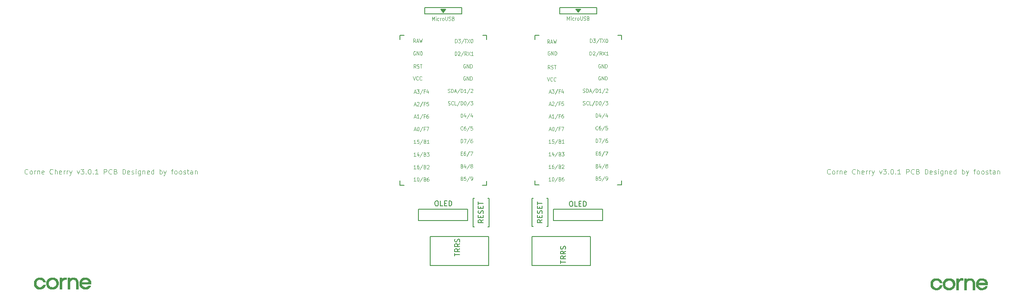
<source format=gbr>
G04 #@! TF.GenerationSoftware,KiCad,Pcbnew,5.1.5+dfsg1-2~bpo10+1*
G04 #@! TF.CreationDate,2020-11-03T09:18:59+00:00*
G04 #@! TF.ProjectId,corne-cherry,636f726e-652d-4636-9865-7272792e6b69,3.0.1*
G04 #@! TF.SameCoordinates,Original*
G04 #@! TF.FileFunction,Legend,Top*
G04 #@! TF.FilePolarity,Positive*
%FSLAX46Y46*%
G04 Gerber Fmt 4.6, Leading zero omitted, Abs format (unit mm)*
G04 Created by KiCad (PCBNEW 5.1.5+dfsg1-2~bpo10+1) date 2020-11-03 09:18:59*
%MOMM*%
%LPD*%
G04 APERTURE LIST*
%ADD10C,0.125000*%
%ADD11C,0.150000*%
%ADD12C,0.010000*%
G04 APERTURE END LIST*
D10*
X212723273Y-58687142D02*
X212675654Y-58734761D01*
X212532797Y-58782380D01*
X212437559Y-58782380D01*
X212294702Y-58734761D01*
X212199464Y-58639523D01*
X212151845Y-58544285D01*
X212104226Y-58353809D01*
X212104226Y-58210952D01*
X212151845Y-58020476D01*
X212199464Y-57925238D01*
X212294702Y-57830000D01*
X212437559Y-57782380D01*
X212532797Y-57782380D01*
X212675654Y-57830000D01*
X212723273Y-57877619D01*
X213294702Y-58782380D02*
X213199464Y-58734761D01*
X213151845Y-58687142D01*
X213104226Y-58591904D01*
X213104226Y-58306190D01*
X213151845Y-58210952D01*
X213199464Y-58163333D01*
X213294702Y-58115714D01*
X213437559Y-58115714D01*
X213532797Y-58163333D01*
X213580416Y-58210952D01*
X213628035Y-58306190D01*
X213628035Y-58591904D01*
X213580416Y-58687142D01*
X213532797Y-58734761D01*
X213437559Y-58782380D01*
X213294702Y-58782380D01*
X214056607Y-58782380D02*
X214056607Y-58115714D01*
X214056607Y-58306190D02*
X214104226Y-58210952D01*
X214151845Y-58163333D01*
X214247083Y-58115714D01*
X214342321Y-58115714D01*
X214675654Y-58115714D02*
X214675654Y-58782380D01*
X214675654Y-58210952D02*
X214723273Y-58163333D01*
X214818511Y-58115714D01*
X214961369Y-58115714D01*
X215056607Y-58163333D01*
X215104226Y-58258571D01*
X215104226Y-58782380D01*
X215961369Y-58734761D02*
X215866130Y-58782380D01*
X215675654Y-58782380D01*
X215580416Y-58734761D01*
X215532797Y-58639523D01*
X215532797Y-58258571D01*
X215580416Y-58163333D01*
X215675654Y-58115714D01*
X215866130Y-58115714D01*
X215961369Y-58163333D01*
X216008988Y-58258571D01*
X216008988Y-58353809D01*
X215532797Y-58449047D01*
X217770892Y-58687142D02*
X217723273Y-58734761D01*
X217580416Y-58782380D01*
X217485178Y-58782380D01*
X217342321Y-58734761D01*
X217247083Y-58639523D01*
X217199464Y-58544285D01*
X217151845Y-58353809D01*
X217151845Y-58210952D01*
X217199464Y-58020476D01*
X217247083Y-57925238D01*
X217342321Y-57830000D01*
X217485178Y-57782380D01*
X217580416Y-57782380D01*
X217723273Y-57830000D01*
X217770892Y-57877619D01*
X218199464Y-58782380D02*
X218199464Y-57782380D01*
X218628035Y-58782380D02*
X218628035Y-58258571D01*
X218580416Y-58163333D01*
X218485178Y-58115714D01*
X218342321Y-58115714D01*
X218247083Y-58163333D01*
X218199464Y-58210952D01*
X219485178Y-58734761D02*
X219389940Y-58782380D01*
X219199464Y-58782380D01*
X219104226Y-58734761D01*
X219056607Y-58639523D01*
X219056607Y-58258571D01*
X219104226Y-58163333D01*
X219199464Y-58115714D01*
X219389940Y-58115714D01*
X219485178Y-58163333D01*
X219532797Y-58258571D01*
X219532797Y-58353809D01*
X219056607Y-58449047D01*
X219961369Y-58782380D02*
X219961369Y-58115714D01*
X219961369Y-58306190D02*
X220008988Y-58210952D01*
X220056607Y-58163333D01*
X220151845Y-58115714D01*
X220247083Y-58115714D01*
X220580416Y-58782380D02*
X220580416Y-58115714D01*
X220580416Y-58306190D02*
X220628035Y-58210952D01*
X220675654Y-58163333D01*
X220770892Y-58115714D01*
X220866130Y-58115714D01*
X221104226Y-58115714D02*
X221342321Y-58782380D01*
X221580416Y-58115714D02*
X221342321Y-58782380D01*
X221247083Y-59020476D01*
X221199464Y-59068095D01*
X221104226Y-59115714D01*
X222628035Y-58115714D02*
X222866130Y-58782380D01*
X223104226Y-58115714D01*
X223389940Y-57782380D02*
X224008988Y-57782380D01*
X223675654Y-58163333D01*
X223818511Y-58163333D01*
X223913750Y-58210952D01*
X223961369Y-58258571D01*
X224008988Y-58353809D01*
X224008988Y-58591904D01*
X223961369Y-58687142D01*
X223913750Y-58734761D01*
X223818511Y-58782380D01*
X223532797Y-58782380D01*
X223437559Y-58734761D01*
X223389940Y-58687142D01*
X224437559Y-58687142D02*
X224485178Y-58734761D01*
X224437559Y-58782380D01*
X224389940Y-58734761D01*
X224437559Y-58687142D01*
X224437559Y-58782380D01*
X225104226Y-57782380D02*
X225199464Y-57782380D01*
X225294702Y-57830000D01*
X225342321Y-57877619D01*
X225389940Y-57972857D01*
X225437559Y-58163333D01*
X225437559Y-58401428D01*
X225389940Y-58591904D01*
X225342321Y-58687142D01*
X225294702Y-58734761D01*
X225199464Y-58782380D01*
X225104226Y-58782380D01*
X225008988Y-58734761D01*
X224961369Y-58687142D01*
X224913750Y-58591904D01*
X224866130Y-58401428D01*
X224866130Y-58163333D01*
X224913750Y-57972857D01*
X224961369Y-57877619D01*
X225008988Y-57830000D01*
X225104226Y-57782380D01*
X225866130Y-58687142D02*
X225913750Y-58734761D01*
X225866130Y-58782380D01*
X225818511Y-58734761D01*
X225866130Y-58687142D01*
X225866130Y-58782380D01*
X226866130Y-58782380D02*
X226294702Y-58782380D01*
X226580416Y-58782380D02*
X226580416Y-57782380D01*
X226485178Y-57925238D01*
X226389940Y-58020476D01*
X226294702Y-58068095D01*
X228056607Y-58782380D02*
X228056607Y-57782380D01*
X228437559Y-57782380D01*
X228532797Y-57830000D01*
X228580416Y-57877619D01*
X228628035Y-57972857D01*
X228628035Y-58115714D01*
X228580416Y-58210952D01*
X228532797Y-58258571D01*
X228437559Y-58306190D01*
X228056607Y-58306190D01*
X229628035Y-58687142D02*
X229580416Y-58734761D01*
X229437559Y-58782380D01*
X229342321Y-58782380D01*
X229199464Y-58734761D01*
X229104226Y-58639523D01*
X229056607Y-58544285D01*
X229008988Y-58353809D01*
X229008988Y-58210952D01*
X229056607Y-58020476D01*
X229104226Y-57925238D01*
X229199464Y-57830000D01*
X229342321Y-57782380D01*
X229437559Y-57782380D01*
X229580416Y-57830000D01*
X229628035Y-57877619D01*
X230389940Y-58258571D02*
X230532797Y-58306190D01*
X230580416Y-58353809D01*
X230628035Y-58449047D01*
X230628035Y-58591904D01*
X230580416Y-58687142D01*
X230532797Y-58734761D01*
X230437559Y-58782380D01*
X230056607Y-58782380D01*
X230056607Y-57782380D01*
X230389940Y-57782380D01*
X230485178Y-57830000D01*
X230532797Y-57877619D01*
X230580416Y-57972857D01*
X230580416Y-58068095D01*
X230532797Y-58163333D01*
X230485178Y-58210952D01*
X230389940Y-58258571D01*
X230056607Y-58258571D01*
X231818511Y-58782380D02*
X231818511Y-57782380D01*
X232056607Y-57782380D01*
X232199464Y-57830000D01*
X232294702Y-57925238D01*
X232342321Y-58020476D01*
X232389940Y-58210952D01*
X232389940Y-58353809D01*
X232342321Y-58544285D01*
X232294702Y-58639523D01*
X232199464Y-58734761D01*
X232056607Y-58782380D01*
X231818511Y-58782380D01*
X233199464Y-58734761D02*
X233104226Y-58782380D01*
X232913750Y-58782380D01*
X232818511Y-58734761D01*
X232770892Y-58639523D01*
X232770892Y-58258571D01*
X232818511Y-58163333D01*
X232913750Y-58115714D01*
X233104226Y-58115714D01*
X233199464Y-58163333D01*
X233247083Y-58258571D01*
X233247083Y-58353809D01*
X232770892Y-58449047D01*
X233628035Y-58734761D02*
X233723273Y-58782380D01*
X233913750Y-58782380D01*
X234008988Y-58734761D01*
X234056607Y-58639523D01*
X234056607Y-58591904D01*
X234008988Y-58496666D01*
X233913750Y-58449047D01*
X233770892Y-58449047D01*
X233675654Y-58401428D01*
X233628035Y-58306190D01*
X233628035Y-58258571D01*
X233675654Y-58163333D01*
X233770892Y-58115714D01*
X233913750Y-58115714D01*
X234008988Y-58163333D01*
X234485178Y-58782380D02*
X234485178Y-58115714D01*
X234485178Y-57782380D02*
X234437559Y-57830000D01*
X234485178Y-57877619D01*
X234532797Y-57830000D01*
X234485178Y-57782380D01*
X234485178Y-57877619D01*
X235389940Y-58115714D02*
X235389940Y-58925238D01*
X235342321Y-59020476D01*
X235294702Y-59068095D01*
X235199464Y-59115714D01*
X235056607Y-59115714D01*
X234961369Y-59068095D01*
X235389940Y-58734761D02*
X235294702Y-58782380D01*
X235104226Y-58782380D01*
X235008988Y-58734761D01*
X234961369Y-58687142D01*
X234913750Y-58591904D01*
X234913750Y-58306190D01*
X234961369Y-58210952D01*
X235008988Y-58163333D01*
X235104226Y-58115714D01*
X235294702Y-58115714D01*
X235389940Y-58163333D01*
X235866130Y-58115714D02*
X235866130Y-58782380D01*
X235866130Y-58210952D02*
X235913750Y-58163333D01*
X236008988Y-58115714D01*
X236151845Y-58115714D01*
X236247083Y-58163333D01*
X236294702Y-58258571D01*
X236294702Y-58782380D01*
X237151845Y-58734761D02*
X237056607Y-58782380D01*
X236866130Y-58782380D01*
X236770892Y-58734761D01*
X236723273Y-58639523D01*
X236723273Y-58258571D01*
X236770892Y-58163333D01*
X236866130Y-58115714D01*
X237056607Y-58115714D01*
X237151845Y-58163333D01*
X237199464Y-58258571D01*
X237199464Y-58353809D01*
X236723273Y-58449047D01*
X238056607Y-58782380D02*
X238056607Y-57782380D01*
X238056607Y-58734761D02*
X237961369Y-58782380D01*
X237770892Y-58782380D01*
X237675654Y-58734761D01*
X237628035Y-58687142D01*
X237580416Y-58591904D01*
X237580416Y-58306190D01*
X237628035Y-58210952D01*
X237675654Y-58163333D01*
X237770892Y-58115714D01*
X237961369Y-58115714D01*
X238056607Y-58163333D01*
X239294702Y-58782380D02*
X239294702Y-57782380D01*
X239294702Y-58163333D02*
X239389940Y-58115714D01*
X239580416Y-58115714D01*
X239675654Y-58163333D01*
X239723273Y-58210952D01*
X239770892Y-58306190D01*
X239770892Y-58591904D01*
X239723273Y-58687142D01*
X239675654Y-58734761D01*
X239580416Y-58782380D01*
X239389940Y-58782380D01*
X239294702Y-58734761D01*
X240104226Y-58115714D02*
X240342321Y-58782380D01*
X240580416Y-58115714D02*
X240342321Y-58782380D01*
X240247083Y-59020476D01*
X240199464Y-59068095D01*
X240104226Y-59115714D01*
X241580416Y-58115714D02*
X241961369Y-58115714D01*
X241723273Y-58782380D02*
X241723273Y-57925238D01*
X241770892Y-57830000D01*
X241866130Y-57782380D01*
X241961369Y-57782380D01*
X242437559Y-58782380D02*
X242342321Y-58734761D01*
X242294702Y-58687142D01*
X242247083Y-58591904D01*
X242247083Y-58306190D01*
X242294702Y-58210952D01*
X242342321Y-58163333D01*
X242437559Y-58115714D01*
X242580416Y-58115714D01*
X242675654Y-58163333D01*
X242723273Y-58210952D01*
X242770892Y-58306190D01*
X242770892Y-58591904D01*
X242723273Y-58687142D01*
X242675654Y-58734761D01*
X242580416Y-58782380D01*
X242437559Y-58782380D01*
X243342321Y-58782380D02*
X243247083Y-58734761D01*
X243199464Y-58687142D01*
X243151845Y-58591904D01*
X243151845Y-58306190D01*
X243199464Y-58210952D01*
X243247083Y-58163333D01*
X243342321Y-58115714D01*
X243485178Y-58115714D01*
X243580416Y-58163333D01*
X243628035Y-58210952D01*
X243675654Y-58306190D01*
X243675654Y-58591904D01*
X243628035Y-58687142D01*
X243580416Y-58734761D01*
X243485178Y-58782380D01*
X243342321Y-58782380D01*
X244056607Y-58734761D02*
X244151845Y-58782380D01*
X244342321Y-58782380D01*
X244437559Y-58734761D01*
X244485178Y-58639523D01*
X244485178Y-58591904D01*
X244437559Y-58496666D01*
X244342321Y-58449047D01*
X244199464Y-58449047D01*
X244104226Y-58401428D01*
X244056607Y-58306190D01*
X244056607Y-58258571D01*
X244104226Y-58163333D01*
X244199464Y-58115714D01*
X244342321Y-58115714D01*
X244437559Y-58163333D01*
X244770892Y-58115714D02*
X245151845Y-58115714D01*
X244913750Y-57782380D02*
X244913750Y-58639523D01*
X244961369Y-58734761D01*
X245056607Y-58782380D01*
X245151845Y-58782380D01*
X245913750Y-58782380D02*
X245913750Y-58258571D01*
X245866130Y-58163333D01*
X245770892Y-58115714D01*
X245580416Y-58115714D01*
X245485178Y-58163333D01*
X245913750Y-58734761D02*
X245818511Y-58782380D01*
X245580416Y-58782380D01*
X245485178Y-58734761D01*
X245437559Y-58639523D01*
X245437559Y-58544285D01*
X245485178Y-58449047D01*
X245580416Y-58401428D01*
X245818511Y-58401428D01*
X245913750Y-58353809D01*
X246389940Y-58115714D02*
X246389940Y-58782380D01*
X246389940Y-58210952D02*
X246437559Y-58163333D01*
X246532797Y-58115714D01*
X246675654Y-58115714D01*
X246770892Y-58163333D01*
X246818511Y-58258571D01*
X246818511Y-58782380D01*
X51173273Y-58687142D02*
X51125654Y-58734761D01*
X50982797Y-58782380D01*
X50887559Y-58782380D01*
X50744702Y-58734761D01*
X50649464Y-58639523D01*
X50601845Y-58544285D01*
X50554226Y-58353809D01*
X50554226Y-58210952D01*
X50601845Y-58020476D01*
X50649464Y-57925238D01*
X50744702Y-57830000D01*
X50887559Y-57782380D01*
X50982797Y-57782380D01*
X51125654Y-57830000D01*
X51173273Y-57877619D01*
X51744702Y-58782380D02*
X51649464Y-58734761D01*
X51601845Y-58687142D01*
X51554226Y-58591904D01*
X51554226Y-58306190D01*
X51601845Y-58210952D01*
X51649464Y-58163333D01*
X51744702Y-58115714D01*
X51887559Y-58115714D01*
X51982797Y-58163333D01*
X52030416Y-58210952D01*
X52078035Y-58306190D01*
X52078035Y-58591904D01*
X52030416Y-58687142D01*
X51982797Y-58734761D01*
X51887559Y-58782380D01*
X51744702Y-58782380D01*
X52506607Y-58782380D02*
X52506607Y-58115714D01*
X52506607Y-58306190D02*
X52554226Y-58210952D01*
X52601845Y-58163333D01*
X52697083Y-58115714D01*
X52792321Y-58115714D01*
X53125654Y-58115714D02*
X53125654Y-58782380D01*
X53125654Y-58210952D02*
X53173273Y-58163333D01*
X53268511Y-58115714D01*
X53411369Y-58115714D01*
X53506607Y-58163333D01*
X53554226Y-58258571D01*
X53554226Y-58782380D01*
X54411369Y-58734761D02*
X54316130Y-58782380D01*
X54125654Y-58782380D01*
X54030416Y-58734761D01*
X53982797Y-58639523D01*
X53982797Y-58258571D01*
X54030416Y-58163333D01*
X54125654Y-58115714D01*
X54316130Y-58115714D01*
X54411369Y-58163333D01*
X54458988Y-58258571D01*
X54458988Y-58353809D01*
X53982797Y-58449047D01*
X56220892Y-58687142D02*
X56173273Y-58734761D01*
X56030416Y-58782380D01*
X55935178Y-58782380D01*
X55792321Y-58734761D01*
X55697083Y-58639523D01*
X55649464Y-58544285D01*
X55601845Y-58353809D01*
X55601845Y-58210952D01*
X55649464Y-58020476D01*
X55697083Y-57925238D01*
X55792321Y-57830000D01*
X55935178Y-57782380D01*
X56030416Y-57782380D01*
X56173273Y-57830000D01*
X56220892Y-57877619D01*
X56649464Y-58782380D02*
X56649464Y-57782380D01*
X57078035Y-58782380D02*
X57078035Y-58258571D01*
X57030416Y-58163333D01*
X56935178Y-58115714D01*
X56792321Y-58115714D01*
X56697083Y-58163333D01*
X56649464Y-58210952D01*
X57935178Y-58734761D02*
X57839940Y-58782380D01*
X57649464Y-58782380D01*
X57554226Y-58734761D01*
X57506607Y-58639523D01*
X57506607Y-58258571D01*
X57554226Y-58163333D01*
X57649464Y-58115714D01*
X57839940Y-58115714D01*
X57935178Y-58163333D01*
X57982797Y-58258571D01*
X57982797Y-58353809D01*
X57506607Y-58449047D01*
X58411369Y-58782380D02*
X58411369Y-58115714D01*
X58411369Y-58306190D02*
X58458988Y-58210952D01*
X58506607Y-58163333D01*
X58601845Y-58115714D01*
X58697083Y-58115714D01*
X59030416Y-58782380D02*
X59030416Y-58115714D01*
X59030416Y-58306190D02*
X59078035Y-58210952D01*
X59125654Y-58163333D01*
X59220892Y-58115714D01*
X59316130Y-58115714D01*
X59554226Y-58115714D02*
X59792321Y-58782380D01*
X60030416Y-58115714D02*
X59792321Y-58782380D01*
X59697083Y-59020476D01*
X59649464Y-59068095D01*
X59554226Y-59115714D01*
X61078035Y-58115714D02*
X61316130Y-58782380D01*
X61554226Y-58115714D01*
X61839940Y-57782380D02*
X62458988Y-57782380D01*
X62125654Y-58163333D01*
X62268511Y-58163333D01*
X62363750Y-58210952D01*
X62411369Y-58258571D01*
X62458988Y-58353809D01*
X62458988Y-58591904D01*
X62411369Y-58687142D01*
X62363750Y-58734761D01*
X62268511Y-58782380D01*
X61982797Y-58782380D01*
X61887559Y-58734761D01*
X61839940Y-58687142D01*
X62887559Y-58687142D02*
X62935178Y-58734761D01*
X62887559Y-58782380D01*
X62839940Y-58734761D01*
X62887559Y-58687142D01*
X62887559Y-58782380D01*
X63554226Y-57782380D02*
X63649464Y-57782380D01*
X63744702Y-57830000D01*
X63792321Y-57877619D01*
X63839940Y-57972857D01*
X63887559Y-58163333D01*
X63887559Y-58401428D01*
X63839940Y-58591904D01*
X63792321Y-58687142D01*
X63744702Y-58734761D01*
X63649464Y-58782380D01*
X63554226Y-58782380D01*
X63458988Y-58734761D01*
X63411369Y-58687142D01*
X63363750Y-58591904D01*
X63316130Y-58401428D01*
X63316130Y-58163333D01*
X63363750Y-57972857D01*
X63411369Y-57877619D01*
X63458988Y-57830000D01*
X63554226Y-57782380D01*
X64316130Y-58687142D02*
X64363750Y-58734761D01*
X64316130Y-58782380D01*
X64268511Y-58734761D01*
X64316130Y-58687142D01*
X64316130Y-58782380D01*
X65316130Y-58782380D02*
X64744702Y-58782380D01*
X65030416Y-58782380D02*
X65030416Y-57782380D01*
X64935178Y-57925238D01*
X64839940Y-58020476D01*
X64744702Y-58068095D01*
X66506607Y-58782380D02*
X66506607Y-57782380D01*
X66887559Y-57782380D01*
X66982797Y-57830000D01*
X67030416Y-57877619D01*
X67078035Y-57972857D01*
X67078035Y-58115714D01*
X67030416Y-58210952D01*
X66982797Y-58258571D01*
X66887559Y-58306190D01*
X66506607Y-58306190D01*
X68078035Y-58687142D02*
X68030416Y-58734761D01*
X67887559Y-58782380D01*
X67792321Y-58782380D01*
X67649464Y-58734761D01*
X67554226Y-58639523D01*
X67506607Y-58544285D01*
X67458988Y-58353809D01*
X67458988Y-58210952D01*
X67506607Y-58020476D01*
X67554226Y-57925238D01*
X67649464Y-57830000D01*
X67792321Y-57782380D01*
X67887559Y-57782380D01*
X68030416Y-57830000D01*
X68078035Y-57877619D01*
X68839940Y-58258571D02*
X68982797Y-58306190D01*
X69030416Y-58353809D01*
X69078035Y-58449047D01*
X69078035Y-58591904D01*
X69030416Y-58687142D01*
X68982797Y-58734761D01*
X68887559Y-58782380D01*
X68506607Y-58782380D01*
X68506607Y-57782380D01*
X68839940Y-57782380D01*
X68935178Y-57830000D01*
X68982797Y-57877619D01*
X69030416Y-57972857D01*
X69030416Y-58068095D01*
X68982797Y-58163333D01*
X68935178Y-58210952D01*
X68839940Y-58258571D01*
X68506607Y-58258571D01*
X70268511Y-58782380D02*
X70268511Y-57782380D01*
X70506607Y-57782380D01*
X70649464Y-57830000D01*
X70744702Y-57925238D01*
X70792321Y-58020476D01*
X70839940Y-58210952D01*
X70839940Y-58353809D01*
X70792321Y-58544285D01*
X70744702Y-58639523D01*
X70649464Y-58734761D01*
X70506607Y-58782380D01*
X70268511Y-58782380D01*
X71649464Y-58734761D02*
X71554226Y-58782380D01*
X71363750Y-58782380D01*
X71268511Y-58734761D01*
X71220892Y-58639523D01*
X71220892Y-58258571D01*
X71268511Y-58163333D01*
X71363750Y-58115714D01*
X71554226Y-58115714D01*
X71649464Y-58163333D01*
X71697083Y-58258571D01*
X71697083Y-58353809D01*
X71220892Y-58449047D01*
X72078035Y-58734761D02*
X72173273Y-58782380D01*
X72363750Y-58782380D01*
X72458988Y-58734761D01*
X72506607Y-58639523D01*
X72506607Y-58591904D01*
X72458988Y-58496666D01*
X72363750Y-58449047D01*
X72220892Y-58449047D01*
X72125654Y-58401428D01*
X72078035Y-58306190D01*
X72078035Y-58258571D01*
X72125654Y-58163333D01*
X72220892Y-58115714D01*
X72363750Y-58115714D01*
X72458988Y-58163333D01*
X72935178Y-58782380D02*
X72935178Y-58115714D01*
X72935178Y-57782380D02*
X72887559Y-57830000D01*
X72935178Y-57877619D01*
X72982797Y-57830000D01*
X72935178Y-57782380D01*
X72935178Y-57877619D01*
X73839940Y-58115714D02*
X73839940Y-58925238D01*
X73792321Y-59020476D01*
X73744702Y-59068095D01*
X73649464Y-59115714D01*
X73506607Y-59115714D01*
X73411369Y-59068095D01*
X73839940Y-58734761D02*
X73744702Y-58782380D01*
X73554226Y-58782380D01*
X73458988Y-58734761D01*
X73411369Y-58687142D01*
X73363750Y-58591904D01*
X73363750Y-58306190D01*
X73411369Y-58210952D01*
X73458988Y-58163333D01*
X73554226Y-58115714D01*
X73744702Y-58115714D01*
X73839940Y-58163333D01*
X74316130Y-58115714D02*
X74316130Y-58782380D01*
X74316130Y-58210952D02*
X74363750Y-58163333D01*
X74458988Y-58115714D01*
X74601845Y-58115714D01*
X74697083Y-58163333D01*
X74744702Y-58258571D01*
X74744702Y-58782380D01*
X75601845Y-58734761D02*
X75506607Y-58782380D01*
X75316130Y-58782380D01*
X75220892Y-58734761D01*
X75173273Y-58639523D01*
X75173273Y-58258571D01*
X75220892Y-58163333D01*
X75316130Y-58115714D01*
X75506607Y-58115714D01*
X75601845Y-58163333D01*
X75649464Y-58258571D01*
X75649464Y-58353809D01*
X75173273Y-58449047D01*
X76506607Y-58782380D02*
X76506607Y-57782380D01*
X76506607Y-58734761D02*
X76411369Y-58782380D01*
X76220892Y-58782380D01*
X76125654Y-58734761D01*
X76078035Y-58687142D01*
X76030416Y-58591904D01*
X76030416Y-58306190D01*
X76078035Y-58210952D01*
X76125654Y-58163333D01*
X76220892Y-58115714D01*
X76411369Y-58115714D01*
X76506607Y-58163333D01*
X77744702Y-58782380D02*
X77744702Y-57782380D01*
X77744702Y-58163333D02*
X77839940Y-58115714D01*
X78030416Y-58115714D01*
X78125654Y-58163333D01*
X78173273Y-58210952D01*
X78220892Y-58306190D01*
X78220892Y-58591904D01*
X78173273Y-58687142D01*
X78125654Y-58734761D01*
X78030416Y-58782380D01*
X77839940Y-58782380D01*
X77744702Y-58734761D01*
X78554226Y-58115714D02*
X78792321Y-58782380D01*
X79030416Y-58115714D02*
X78792321Y-58782380D01*
X78697083Y-59020476D01*
X78649464Y-59068095D01*
X78554226Y-59115714D01*
X80030416Y-58115714D02*
X80411369Y-58115714D01*
X80173273Y-58782380D02*
X80173273Y-57925238D01*
X80220892Y-57830000D01*
X80316130Y-57782380D01*
X80411369Y-57782380D01*
X80887559Y-58782380D02*
X80792321Y-58734761D01*
X80744702Y-58687142D01*
X80697083Y-58591904D01*
X80697083Y-58306190D01*
X80744702Y-58210952D01*
X80792321Y-58163333D01*
X80887559Y-58115714D01*
X81030416Y-58115714D01*
X81125654Y-58163333D01*
X81173273Y-58210952D01*
X81220892Y-58306190D01*
X81220892Y-58591904D01*
X81173273Y-58687142D01*
X81125654Y-58734761D01*
X81030416Y-58782380D01*
X80887559Y-58782380D01*
X81792321Y-58782380D02*
X81697083Y-58734761D01*
X81649464Y-58687142D01*
X81601845Y-58591904D01*
X81601845Y-58306190D01*
X81649464Y-58210952D01*
X81697083Y-58163333D01*
X81792321Y-58115714D01*
X81935178Y-58115714D01*
X82030416Y-58163333D01*
X82078035Y-58210952D01*
X82125654Y-58306190D01*
X82125654Y-58591904D01*
X82078035Y-58687142D01*
X82030416Y-58734761D01*
X81935178Y-58782380D01*
X81792321Y-58782380D01*
X82506607Y-58734761D02*
X82601845Y-58782380D01*
X82792321Y-58782380D01*
X82887559Y-58734761D01*
X82935178Y-58639523D01*
X82935178Y-58591904D01*
X82887559Y-58496666D01*
X82792321Y-58449047D01*
X82649464Y-58449047D01*
X82554226Y-58401428D01*
X82506607Y-58306190D01*
X82506607Y-58258571D01*
X82554226Y-58163333D01*
X82649464Y-58115714D01*
X82792321Y-58115714D01*
X82887559Y-58163333D01*
X83220892Y-58115714D02*
X83601845Y-58115714D01*
X83363749Y-57782380D02*
X83363749Y-58639523D01*
X83411369Y-58734761D01*
X83506607Y-58782380D01*
X83601845Y-58782380D01*
X84363749Y-58782380D02*
X84363749Y-58258571D01*
X84316130Y-58163333D01*
X84220892Y-58115714D01*
X84030416Y-58115714D01*
X83935178Y-58163333D01*
X84363749Y-58734761D02*
X84268511Y-58782380D01*
X84030416Y-58782380D01*
X83935178Y-58734761D01*
X83887559Y-58639523D01*
X83887559Y-58544285D01*
X83935178Y-58449047D01*
X84030416Y-58401428D01*
X84268511Y-58401428D01*
X84363749Y-58353809D01*
X84839940Y-58115714D02*
X84839940Y-58782380D01*
X84839940Y-58210952D02*
X84887559Y-58163333D01*
X84982797Y-58115714D01*
X85125654Y-58115714D01*
X85220892Y-58163333D01*
X85268511Y-58258571D01*
X85268511Y-58782380D01*
D11*
X143562500Y-61020000D02*
X142702500Y-61020000D01*
X126062500Y-61020000D02*
X126912500Y-61020000D01*
X143562500Y-60170000D02*
X143562500Y-61020000D01*
X126062500Y-60120000D02*
X126062500Y-61020000D01*
X143562500Y-30820000D02*
X142762500Y-30820000D01*
X126062500Y-30820000D02*
X126912500Y-30820000D01*
X143562500Y-30820000D02*
X143562500Y-31670000D01*
X126062500Y-30820000D02*
X126062500Y-31670000D01*
X131062500Y-25220000D02*
X131062500Y-26520000D01*
X131062500Y-26520000D02*
X138562500Y-26520000D01*
X138562500Y-26520000D02*
X138562500Y-25220000D01*
X138562500Y-25220000D02*
X131062500Y-25220000D01*
X134312500Y-25570000D02*
X135312500Y-25570000D01*
X135312500Y-25570000D02*
X134812500Y-26220000D01*
X134812500Y-26220000D02*
X134312500Y-25570000D01*
X134462500Y-25720000D02*
X135162500Y-25720000D01*
X134562500Y-25870000D02*
X135062500Y-25870000D01*
X134662500Y-26020000D02*
X134962500Y-26020000D01*
X170737500Y-60990000D02*
X169877500Y-60990000D01*
X153237500Y-60990000D02*
X154087500Y-60990000D01*
X170737500Y-60140000D02*
X170737500Y-60990000D01*
X153237500Y-60090000D02*
X153237500Y-60990000D01*
X170737500Y-30790000D02*
X169937500Y-30790000D01*
X153237500Y-30790000D02*
X154087500Y-30790000D01*
X170737500Y-30790000D02*
X170737500Y-31640000D01*
X153237500Y-30790000D02*
X153237500Y-31640000D01*
X158237500Y-25190000D02*
X158237500Y-26490000D01*
X158237500Y-26490000D02*
X165737500Y-26490000D01*
X165737500Y-26490000D02*
X165737500Y-25190000D01*
X165737500Y-25190000D02*
X158237500Y-25190000D01*
X161487500Y-25540000D02*
X162487500Y-25540000D01*
X162487500Y-25540000D02*
X161987500Y-26190000D01*
X161987500Y-26190000D02*
X161487500Y-25540000D01*
X161637500Y-25690000D02*
X162337500Y-25690000D01*
X161737500Y-25840000D02*
X162237500Y-25840000D01*
X161837500Y-25990000D02*
X162137500Y-25990000D01*
X155904500Y-69372000D02*
X155654500Y-69372000D01*
X155904500Y-63672000D02*
X155904500Y-69372000D01*
X155904500Y-63672000D02*
X155654500Y-63672000D01*
X152704500Y-63672000D02*
X152954500Y-63672000D01*
X152704500Y-69372000D02*
X152954500Y-69372000D01*
X152704500Y-63672000D02*
X152704500Y-69372000D01*
X144024500Y-69381000D02*
X143774500Y-69381000D01*
X144024500Y-63681000D02*
X144024500Y-69381000D01*
X144024500Y-63681000D02*
X143774500Y-63681000D01*
X140824500Y-63681000D02*
X141074500Y-63681000D01*
X140824500Y-69381000D02*
X141074500Y-69381000D01*
X140824500Y-63681000D02*
X140824500Y-69381000D01*
X157027500Y-68170000D02*
X157027500Y-65870000D01*
X166927500Y-65870000D02*
X166927500Y-68170000D01*
X157027500Y-65870000D02*
X166927500Y-65870000D01*
X157027500Y-68170000D02*
X166927500Y-68170000D01*
X129798500Y-68178000D02*
X129798500Y-65878000D01*
X139698500Y-65878000D02*
X139698500Y-68178000D01*
X129798500Y-65878000D02*
X139698500Y-65878000D01*
X129798500Y-68178000D02*
X139698500Y-68178000D01*
X164437500Y-77170000D02*
X152687500Y-77170000D01*
X164437500Y-71370000D02*
X164437500Y-77170000D01*
X152687500Y-71370000D02*
X164437500Y-71370000D01*
X152687500Y-77170000D02*
X152687500Y-71370000D01*
X132234500Y-71392000D02*
X143984500Y-71392000D01*
X132234500Y-77192000D02*
X132234500Y-71392000D01*
X143984500Y-77192000D02*
X132234500Y-77192000D01*
X143984500Y-71392000D02*
X143984500Y-77192000D01*
D12*
G36*
X240979491Y-79808791D02*
G01*
X241073575Y-79812451D01*
X241143990Y-79821455D01*
X241204301Y-79838181D01*
X241268070Y-79865005D01*
X241322251Y-79891171D01*
X241493298Y-79999513D01*
X241626548Y-80138673D01*
X241723879Y-80311378D01*
X241787168Y-80520354D01*
X241798575Y-80582800D01*
X241805864Y-80653770D01*
X241812403Y-80766525D01*
X241817903Y-80912049D01*
X241822074Y-81081330D01*
X241824627Y-81265353D01*
X241825308Y-81414650D01*
X241825500Y-82081400D01*
X241393700Y-82081400D01*
X241393700Y-81362110D01*
X241393093Y-81133457D01*
X241391100Y-80949758D01*
X241387463Y-80805177D01*
X241381922Y-80693882D01*
X241374219Y-80610037D01*
X241364095Y-80547809D01*
X241356197Y-80516534D01*
X241291437Y-80378307D01*
X241190530Y-80275106D01*
X241055103Y-80207984D01*
X240886780Y-80177999D01*
X240832312Y-80176400D01*
X240669841Y-80186817D01*
X240539862Y-80221694D01*
X240427764Y-80286472D01*
X240347860Y-80356726D01*
X240293673Y-80413731D01*
X240250291Y-80469501D01*
X240216523Y-80530365D01*
X240191179Y-80602652D01*
X240173067Y-80692689D01*
X240160996Y-80806805D01*
X240153777Y-80951327D01*
X240150217Y-81132585D01*
X240149126Y-81356907D01*
X240149100Y-81412910D01*
X240149100Y-82081400D01*
X239717300Y-82081400D01*
X239717300Y-79820800D01*
X240149100Y-79820800D01*
X240149100Y-80078707D01*
X240231364Y-79996442D01*
X240317752Y-79920836D01*
X240408455Y-79867569D01*
X240514478Y-79833282D01*
X240646824Y-79814616D01*
X240816495Y-79808211D01*
X240848174Y-79808100D01*
X240979491Y-79808791D01*
G37*
X240979491Y-79808791D02*
X241073575Y-79812451D01*
X241143990Y-79821455D01*
X241204301Y-79838181D01*
X241268070Y-79865005D01*
X241322251Y-79891171D01*
X241493298Y-79999513D01*
X241626548Y-80138673D01*
X241723879Y-80311378D01*
X241787168Y-80520354D01*
X241798575Y-80582800D01*
X241805864Y-80653770D01*
X241812403Y-80766525D01*
X241817903Y-80912049D01*
X241822074Y-81081330D01*
X241824627Y-81265353D01*
X241825308Y-81414650D01*
X241825500Y-82081400D01*
X241393700Y-82081400D01*
X241393700Y-81362110D01*
X241393093Y-81133457D01*
X241391100Y-80949758D01*
X241387463Y-80805177D01*
X241381922Y-80693882D01*
X241374219Y-80610037D01*
X241364095Y-80547809D01*
X241356197Y-80516534D01*
X241291437Y-80378307D01*
X241190530Y-80275106D01*
X241055103Y-80207984D01*
X240886780Y-80177999D01*
X240832312Y-80176400D01*
X240669841Y-80186817D01*
X240539862Y-80221694D01*
X240427764Y-80286472D01*
X240347860Y-80356726D01*
X240293673Y-80413731D01*
X240250291Y-80469501D01*
X240216523Y-80530365D01*
X240191179Y-80602652D01*
X240173067Y-80692689D01*
X240160996Y-80806805D01*
X240153777Y-80951327D01*
X240150217Y-81132585D01*
X240149126Y-81356907D01*
X240149100Y-81412910D01*
X240149100Y-82081400D01*
X239717300Y-82081400D01*
X239717300Y-79820800D01*
X240149100Y-79820800D01*
X240149100Y-80078707D01*
X240231364Y-79996442D01*
X240317752Y-79920836D01*
X240408455Y-79867569D01*
X240514478Y-79833282D01*
X240646824Y-79814616D01*
X240816495Y-79808211D01*
X240848174Y-79808100D01*
X240979491Y-79808791D01*
G36*
X239317237Y-79785436D02*
G01*
X239463300Y-79801961D01*
X239463300Y-80172729D01*
X239329950Y-80159068D01*
X239145851Y-80164139D01*
X238976452Y-80215922D01*
X238827881Y-80311056D01*
X238706266Y-80446179D01*
X238657389Y-80527869D01*
X238574300Y-80688838D01*
X238574300Y-82081400D01*
X238142500Y-82081400D01*
X238142500Y-79818745D01*
X238352050Y-79826122D01*
X238561600Y-79833500D01*
X238587000Y-80055358D01*
X238637769Y-79998946D01*
X238755946Y-79902357D01*
X238907798Y-79831267D01*
X239081042Y-79789536D01*
X239263390Y-79781025D01*
X239317237Y-79785436D01*
G37*
X239317237Y-79785436D02*
X239463300Y-79801961D01*
X239463300Y-80172729D01*
X239329950Y-80159068D01*
X239145851Y-80164139D01*
X238976452Y-80215922D01*
X238827881Y-80311056D01*
X238706266Y-80446179D01*
X238657389Y-80527869D01*
X238574300Y-80688838D01*
X238574300Y-82081400D01*
X238142500Y-82081400D01*
X238142500Y-79818745D01*
X238352050Y-79826122D01*
X238561600Y-79833500D01*
X238587000Y-80055358D01*
X238637769Y-79998946D01*
X238755946Y-79902357D01*
X238907798Y-79831267D01*
X239081042Y-79789536D01*
X239263390Y-79781025D01*
X239317237Y-79785436D01*
G36*
X243511530Y-79818406D02*
G01*
X243733894Y-79884705D01*
X243932133Y-79990213D01*
X244102079Y-80130847D01*
X244239559Y-80302524D01*
X244340404Y-80501162D01*
X244400443Y-80722678D01*
X244416300Y-80918336D01*
X244416300Y-81065400D01*
X242511300Y-81065400D01*
X242511300Y-81138498D01*
X242534217Y-81261649D01*
X242597655Y-81389172D01*
X242693643Y-81510298D01*
X242814211Y-81614256D01*
X242903388Y-81668239D01*
X243039242Y-81719647D01*
X243199904Y-81744683D01*
X243212872Y-81745596D01*
X243395129Y-81743127D01*
X243548803Y-81706329D01*
X243686495Y-81630614D01*
X243801193Y-81531419D01*
X243937013Y-81395600D01*
X244140268Y-81395600D01*
X244240811Y-81396246D01*
X244300033Y-81400122D01*
X244327410Y-81410133D01*
X244332419Y-81429182D01*
X244326730Y-81452750D01*
X244288417Y-81538398D01*
X244223499Y-81641086D01*
X244143774Y-81744606D01*
X244061044Y-81832746D01*
X244030857Y-81859173D01*
X243831990Y-81988773D01*
X243609302Y-82078237D01*
X243372596Y-82125509D01*
X243131673Y-82128535D01*
X242920357Y-82092004D01*
X242699245Y-82007879D01*
X242504425Y-81884023D01*
X242340825Y-81725554D01*
X242213374Y-81537590D01*
X242127001Y-81325249D01*
X242107844Y-81248299D01*
X242077308Y-80998242D01*
X242091041Y-80758661D01*
X242103222Y-80709800D01*
X242512557Y-80709800D01*
X243235828Y-80709800D01*
X243448414Y-80709528D01*
X243615499Y-80708521D01*
X243742379Y-80706494D01*
X243834351Y-80703158D01*
X243896712Y-80698229D01*
X243934759Y-80691420D01*
X243953788Y-80682444D01*
X243959097Y-80671014D01*
X243959100Y-80670688D01*
X243938723Y-80588758D01*
X243884025Y-80493173D01*
X243804652Y-80395722D01*
X243710248Y-80308195D01*
X243610461Y-80242383D01*
X243607403Y-80240826D01*
X243468347Y-80193277D01*
X243304233Y-80172014D01*
X243133428Y-80176960D01*
X242974298Y-80208039D01*
X242882560Y-80243844D01*
X242736026Y-80345486D01*
X242617149Y-80486797D01*
X242536765Y-80646127D01*
X242512557Y-80709800D01*
X242103222Y-80709800D01*
X242146867Y-80534735D01*
X242242606Y-80331643D01*
X242376079Y-80154563D01*
X242545108Y-80008672D01*
X242657999Y-79940689D01*
X242852603Y-79856746D01*
X243049926Y-79809901D01*
X243269213Y-79795400D01*
X243511530Y-79818406D01*
G37*
X243511530Y-79818406D02*
X243733894Y-79884705D01*
X243932133Y-79990213D01*
X244102079Y-80130847D01*
X244239559Y-80302524D01*
X244340404Y-80501162D01*
X244400443Y-80722678D01*
X244416300Y-80918336D01*
X244416300Y-81065400D01*
X242511300Y-81065400D01*
X242511300Y-81138498D01*
X242534217Y-81261649D01*
X242597655Y-81389172D01*
X242693643Y-81510298D01*
X242814211Y-81614256D01*
X242903388Y-81668239D01*
X243039242Y-81719647D01*
X243199904Y-81744683D01*
X243212872Y-81745596D01*
X243395129Y-81743127D01*
X243548803Y-81706329D01*
X243686495Y-81630614D01*
X243801193Y-81531419D01*
X243937013Y-81395600D01*
X244140268Y-81395600D01*
X244240811Y-81396246D01*
X244300033Y-81400122D01*
X244327410Y-81410133D01*
X244332419Y-81429182D01*
X244326730Y-81452750D01*
X244288417Y-81538398D01*
X244223499Y-81641086D01*
X244143774Y-81744606D01*
X244061044Y-81832746D01*
X244030857Y-81859173D01*
X243831990Y-81988773D01*
X243609302Y-82078237D01*
X243372596Y-82125509D01*
X243131673Y-82128535D01*
X242920357Y-82092004D01*
X242699245Y-82007879D01*
X242504425Y-81884023D01*
X242340825Y-81725554D01*
X242213374Y-81537590D01*
X242127001Y-81325249D01*
X242107844Y-81248299D01*
X242077308Y-80998242D01*
X242091041Y-80758661D01*
X242103222Y-80709800D01*
X242512557Y-80709800D01*
X243235828Y-80709800D01*
X243448414Y-80709528D01*
X243615499Y-80708521D01*
X243742379Y-80706494D01*
X243834351Y-80703158D01*
X243896712Y-80698229D01*
X243934759Y-80691420D01*
X243953788Y-80682444D01*
X243959097Y-80671014D01*
X243959100Y-80670688D01*
X243938723Y-80588758D01*
X243884025Y-80493173D01*
X243804652Y-80395722D01*
X243710248Y-80308195D01*
X243610461Y-80242383D01*
X243607403Y-80240826D01*
X243468347Y-80193277D01*
X243304233Y-80172014D01*
X243133428Y-80176960D01*
X242974298Y-80208039D01*
X242882560Y-80243844D01*
X242736026Y-80345486D01*
X242617149Y-80486797D01*
X242536765Y-80646127D01*
X242512557Y-80709800D01*
X242103222Y-80709800D01*
X242146867Y-80534735D01*
X242242606Y-80331643D01*
X242376079Y-80154563D01*
X242545108Y-80008672D01*
X242657999Y-79940689D01*
X242852603Y-79856746D01*
X243049926Y-79809901D01*
X243269213Y-79795400D01*
X243511530Y-79818406D01*
G36*
X236719986Y-79801840D02*
G01*
X236973440Y-79837111D01*
X237201525Y-79913807D01*
X237401175Y-80029865D01*
X237569325Y-80183222D01*
X237702908Y-80371816D01*
X237767456Y-80506600D01*
X237799018Y-80620705D01*
X237819285Y-80768371D01*
X237828030Y-80933580D01*
X237825025Y-81100313D01*
X237810043Y-81252551D01*
X237782856Y-81374275D01*
X237779905Y-81382900D01*
X237683519Y-81580172D01*
X237544275Y-81756574D01*
X237367679Y-81906769D01*
X237159241Y-82025421D01*
X237084340Y-82056770D01*
X236952321Y-82093019D01*
X236789335Y-82116467D01*
X236613781Y-82126287D01*
X236444060Y-82121650D01*
X236298574Y-82101729D01*
X236265753Y-82093599D01*
X236051853Y-82011401D01*
X235857121Y-81893093D01*
X235690155Y-81745635D01*
X235559556Y-81575986D01*
X235508682Y-81480895D01*
X235470337Y-81378102D01*
X235436151Y-81253876D01*
X235416099Y-81150628D01*
X235408748Y-81009224D01*
X235833074Y-81009224D01*
X235847409Y-81156866D01*
X235867541Y-81238207D01*
X235920794Y-81350941D01*
X236001195Y-81466333D01*
X236095178Y-81567702D01*
X236189174Y-81638365D01*
X236195958Y-81642020D01*
X236392698Y-81718118D01*
X236597689Y-81748463D01*
X236801104Y-81732243D01*
X236913664Y-81701468D01*
X237090944Y-81614347D01*
X237235410Y-81490677D01*
X237342587Y-81334341D01*
X237347020Y-81325466D01*
X237400010Y-81169401D01*
X237421993Y-80992298D01*
X237412639Y-80813017D01*
X237371621Y-80650421D01*
X237359289Y-80620900D01*
X237261958Y-80461906D01*
X237134261Y-80337092D01*
X236983564Y-80246623D01*
X236817236Y-80190666D01*
X236642642Y-80169386D01*
X236467149Y-80182949D01*
X236298124Y-80231522D01*
X236142934Y-80315270D01*
X236008945Y-80434360D01*
X235903965Y-80588101D01*
X235862419Y-80705807D01*
X235838433Y-80852526D01*
X235833074Y-81009224D01*
X235408748Y-81009224D01*
X235403238Y-80903236D01*
X235435650Y-80668693D01*
X235510850Y-80452052D01*
X235626357Y-80258365D01*
X235779687Y-80092687D01*
X235968360Y-79960069D01*
X236012419Y-79936803D01*
X236186705Y-79862053D01*
X236358030Y-79817281D01*
X236543905Y-79799147D01*
X236719986Y-79801840D01*
G37*
X236719986Y-79801840D02*
X236973440Y-79837111D01*
X237201525Y-79913807D01*
X237401175Y-80029865D01*
X237569325Y-80183222D01*
X237702908Y-80371816D01*
X237767456Y-80506600D01*
X237799018Y-80620705D01*
X237819285Y-80768371D01*
X237828030Y-80933580D01*
X237825025Y-81100313D01*
X237810043Y-81252551D01*
X237782856Y-81374275D01*
X237779905Y-81382900D01*
X237683519Y-81580172D01*
X237544275Y-81756574D01*
X237367679Y-81906769D01*
X237159241Y-82025421D01*
X237084340Y-82056770D01*
X236952321Y-82093019D01*
X236789335Y-82116467D01*
X236613781Y-82126287D01*
X236444060Y-82121650D01*
X236298574Y-82101729D01*
X236265753Y-82093599D01*
X236051853Y-82011401D01*
X235857121Y-81893093D01*
X235690155Y-81745635D01*
X235559556Y-81575986D01*
X235508682Y-81480895D01*
X235470337Y-81378102D01*
X235436151Y-81253876D01*
X235416099Y-81150628D01*
X235408748Y-81009224D01*
X235833074Y-81009224D01*
X235847409Y-81156866D01*
X235867541Y-81238207D01*
X235920794Y-81350941D01*
X236001195Y-81466333D01*
X236095178Y-81567702D01*
X236189174Y-81638365D01*
X236195958Y-81642020D01*
X236392698Y-81718118D01*
X236597689Y-81748463D01*
X236801104Y-81732243D01*
X236913664Y-81701468D01*
X237090944Y-81614347D01*
X237235410Y-81490677D01*
X237342587Y-81334341D01*
X237347020Y-81325466D01*
X237400010Y-81169401D01*
X237421993Y-80992298D01*
X237412639Y-80813017D01*
X237371621Y-80650421D01*
X237359289Y-80620900D01*
X237261958Y-80461906D01*
X237134261Y-80337092D01*
X236983564Y-80246623D01*
X236817236Y-80190666D01*
X236642642Y-80169386D01*
X236467149Y-80182949D01*
X236298124Y-80231522D01*
X236142934Y-80315270D01*
X236008945Y-80434360D01*
X235903965Y-80588101D01*
X235862419Y-80705807D01*
X235838433Y-80852526D01*
X235833074Y-81009224D01*
X235408748Y-81009224D01*
X235403238Y-80903236D01*
X235435650Y-80668693D01*
X235510850Y-80452052D01*
X235626357Y-80258365D01*
X235779687Y-80092687D01*
X235968360Y-79960069D01*
X236012419Y-79936803D01*
X236186705Y-79862053D01*
X236358030Y-79817281D01*
X236543905Y-79799147D01*
X236719986Y-79801840D01*
G36*
X234337049Y-79815988D02*
G01*
X234451748Y-79842102D01*
X234672850Y-79932639D01*
X234864293Y-80059036D01*
X235021222Y-80216988D01*
X235138782Y-80402188D01*
X235173437Y-80482254D01*
X235207464Y-80575731D01*
X235219083Y-80634761D01*
X235201798Y-80667261D01*
X235149112Y-80681149D01*
X235054529Y-80684343D01*
X235007569Y-80684400D01*
X234793639Y-80684399D01*
X234762733Y-80590754D01*
X234696143Y-80464894D01*
X234589638Y-80353503D01*
X234453463Y-80263012D01*
X234297864Y-80199854D01*
X234133085Y-80170461D01*
X234091199Y-80169142D01*
X233908869Y-80191910D01*
X233738565Y-80256221D01*
X233589016Y-80356089D01*
X233468953Y-80485526D01*
X233387105Y-80638547D01*
X233380907Y-80656267D01*
X233347356Y-80814924D01*
X233341573Y-80990402D01*
X233362259Y-81164327D01*
X233408113Y-81318322D01*
X233431175Y-81366531D01*
X233536904Y-81517138D01*
X233671779Y-81629303D01*
X233819102Y-81700915D01*
X233997789Y-81743926D01*
X234177259Y-81743773D01*
X234349072Y-81703785D01*
X234504790Y-81627291D01*
X234635974Y-81517622D01*
X234734184Y-81378106D01*
X234755767Y-81331389D01*
X234802400Y-81217990D01*
X235011950Y-81217895D01*
X235114668Y-81218561D01*
X235176784Y-81222620D01*
X235208495Y-81232992D01*
X235219997Y-81252594D01*
X235221500Y-81277887D01*
X235205975Y-81352902D01*
X235164424Y-81452781D01*
X235104378Y-81564252D01*
X235033369Y-81674041D01*
X234958929Y-81768876D01*
X234920038Y-81809119D01*
X234740264Y-81944131D01*
X234531407Y-82044811D01*
X234304560Y-82107913D01*
X234070818Y-82130194D01*
X233875300Y-82114664D01*
X233682087Y-82063943D01*
X233494451Y-81980877D01*
X233324760Y-81872860D01*
X233185383Y-81747289D01*
X233118489Y-81662165D01*
X233037160Y-81527841D01*
X232981270Y-81402887D01*
X232946691Y-81272138D01*
X232929293Y-81120430D01*
X232924914Y-80951100D01*
X232926419Y-80810194D01*
X232932121Y-80706188D01*
X232943798Y-80625236D01*
X232963230Y-80553494D01*
X232982851Y-80500197D01*
X233088497Y-80300543D01*
X233234762Y-80124026D01*
X233413876Y-79978316D01*
X233618069Y-79871085D01*
X233621300Y-79869802D01*
X233777283Y-79825914D01*
X233961255Y-79801892D01*
X234154187Y-79798372D01*
X234337049Y-79815988D01*
G37*
X234337049Y-79815988D02*
X234451748Y-79842102D01*
X234672850Y-79932639D01*
X234864293Y-80059036D01*
X235021222Y-80216988D01*
X235138782Y-80402188D01*
X235173437Y-80482254D01*
X235207464Y-80575731D01*
X235219083Y-80634761D01*
X235201798Y-80667261D01*
X235149112Y-80681149D01*
X235054529Y-80684343D01*
X235007569Y-80684400D01*
X234793639Y-80684399D01*
X234762733Y-80590754D01*
X234696143Y-80464894D01*
X234589638Y-80353503D01*
X234453463Y-80263012D01*
X234297864Y-80199854D01*
X234133085Y-80170461D01*
X234091199Y-80169142D01*
X233908869Y-80191910D01*
X233738565Y-80256221D01*
X233589016Y-80356089D01*
X233468953Y-80485526D01*
X233387105Y-80638547D01*
X233380907Y-80656267D01*
X233347356Y-80814924D01*
X233341573Y-80990402D01*
X233362259Y-81164327D01*
X233408113Y-81318322D01*
X233431175Y-81366531D01*
X233536904Y-81517138D01*
X233671779Y-81629303D01*
X233819102Y-81700915D01*
X233997789Y-81743926D01*
X234177259Y-81743773D01*
X234349072Y-81703785D01*
X234504790Y-81627291D01*
X234635974Y-81517622D01*
X234734184Y-81378106D01*
X234755767Y-81331389D01*
X234802400Y-81217990D01*
X235011950Y-81217895D01*
X235114668Y-81218561D01*
X235176784Y-81222620D01*
X235208495Y-81232992D01*
X235219997Y-81252594D01*
X235221500Y-81277887D01*
X235205975Y-81352902D01*
X235164424Y-81452781D01*
X235104378Y-81564252D01*
X235033369Y-81674041D01*
X234958929Y-81768876D01*
X234920038Y-81809119D01*
X234740264Y-81944131D01*
X234531407Y-82044811D01*
X234304560Y-82107913D01*
X234070818Y-82130194D01*
X233875300Y-82114664D01*
X233682087Y-82063943D01*
X233494451Y-81980877D01*
X233324760Y-81872860D01*
X233185383Y-81747289D01*
X233118489Y-81662165D01*
X233037160Y-81527841D01*
X232981270Y-81402887D01*
X232946691Y-81272138D01*
X232929293Y-81120430D01*
X232924914Y-80951100D01*
X232926419Y-80810194D01*
X232932121Y-80706188D01*
X232943798Y-80625236D01*
X232963230Y-80553494D01*
X232982851Y-80500197D01*
X233088497Y-80300543D01*
X233234762Y-80124026D01*
X233413876Y-79978316D01*
X233618069Y-79871085D01*
X233621300Y-79869802D01*
X233777283Y-79825914D01*
X233961255Y-79801892D01*
X234154187Y-79798372D01*
X234337049Y-79815988D01*
G36*
X60469491Y-79658791D02*
G01*
X60563575Y-79662451D01*
X60633990Y-79671455D01*
X60694301Y-79688181D01*
X60758070Y-79715005D01*
X60812251Y-79741171D01*
X60983298Y-79849513D01*
X61116548Y-79988673D01*
X61213879Y-80161378D01*
X61277168Y-80370354D01*
X61288575Y-80432800D01*
X61295864Y-80503770D01*
X61302403Y-80616525D01*
X61307903Y-80762049D01*
X61312074Y-80931330D01*
X61314627Y-81115353D01*
X61315308Y-81264650D01*
X61315500Y-81931400D01*
X60883700Y-81931400D01*
X60883700Y-81212110D01*
X60883093Y-80983457D01*
X60881100Y-80799758D01*
X60877463Y-80655177D01*
X60871922Y-80543882D01*
X60864219Y-80460037D01*
X60854095Y-80397809D01*
X60846197Y-80366534D01*
X60781437Y-80228307D01*
X60680530Y-80125106D01*
X60545103Y-80057984D01*
X60376780Y-80027999D01*
X60322312Y-80026400D01*
X60159841Y-80036817D01*
X60029862Y-80071694D01*
X59917764Y-80136472D01*
X59837860Y-80206726D01*
X59783673Y-80263731D01*
X59740291Y-80319501D01*
X59706523Y-80380365D01*
X59681179Y-80452652D01*
X59663067Y-80542689D01*
X59650996Y-80656805D01*
X59643777Y-80801327D01*
X59640217Y-80982585D01*
X59639126Y-81206907D01*
X59639100Y-81262910D01*
X59639100Y-81931400D01*
X59207300Y-81931400D01*
X59207300Y-79670800D01*
X59639100Y-79670800D01*
X59639100Y-79928707D01*
X59721364Y-79846442D01*
X59807752Y-79770836D01*
X59898455Y-79717569D01*
X60004478Y-79683282D01*
X60136824Y-79664616D01*
X60306495Y-79658211D01*
X60338174Y-79658100D01*
X60469491Y-79658791D01*
G37*
X60469491Y-79658791D02*
X60563575Y-79662451D01*
X60633990Y-79671455D01*
X60694301Y-79688181D01*
X60758070Y-79715005D01*
X60812251Y-79741171D01*
X60983298Y-79849513D01*
X61116548Y-79988673D01*
X61213879Y-80161378D01*
X61277168Y-80370354D01*
X61288575Y-80432800D01*
X61295864Y-80503770D01*
X61302403Y-80616525D01*
X61307903Y-80762049D01*
X61312074Y-80931330D01*
X61314627Y-81115353D01*
X61315308Y-81264650D01*
X61315500Y-81931400D01*
X60883700Y-81931400D01*
X60883700Y-81212110D01*
X60883093Y-80983457D01*
X60881100Y-80799758D01*
X60877463Y-80655177D01*
X60871922Y-80543882D01*
X60864219Y-80460037D01*
X60854095Y-80397809D01*
X60846197Y-80366534D01*
X60781437Y-80228307D01*
X60680530Y-80125106D01*
X60545103Y-80057984D01*
X60376780Y-80027999D01*
X60322312Y-80026400D01*
X60159841Y-80036817D01*
X60029862Y-80071694D01*
X59917764Y-80136472D01*
X59837860Y-80206726D01*
X59783673Y-80263731D01*
X59740291Y-80319501D01*
X59706523Y-80380365D01*
X59681179Y-80452652D01*
X59663067Y-80542689D01*
X59650996Y-80656805D01*
X59643777Y-80801327D01*
X59640217Y-80982585D01*
X59639126Y-81206907D01*
X59639100Y-81262910D01*
X59639100Y-81931400D01*
X59207300Y-81931400D01*
X59207300Y-79670800D01*
X59639100Y-79670800D01*
X59639100Y-79928707D01*
X59721364Y-79846442D01*
X59807752Y-79770836D01*
X59898455Y-79717569D01*
X60004478Y-79683282D01*
X60136824Y-79664616D01*
X60306495Y-79658211D01*
X60338174Y-79658100D01*
X60469491Y-79658791D01*
G36*
X58807237Y-79635436D02*
G01*
X58953300Y-79651961D01*
X58953300Y-80022729D01*
X58819950Y-80009068D01*
X58635851Y-80014139D01*
X58466452Y-80065922D01*
X58317881Y-80161056D01*
X58196266Y-80296179D01*
X58147389Y-80377869D01*
X58064300Y-80538838D01*
X58064300Y-81931400D01*
X57632500Y-81931400D01*
X57632500Y-79668745D01*
X57842050Y-79676122D01*
X58051600Y-79683500D01*
X58077000Y-79905358D01*
X58127769Y-79848946D01*
X58245946Y-79752357D01*
X58397798Y-79681267D01*
X58571042Y-79639536D01*
X58753390Y-79631025D01*
X58807237Y-79635436D01*
G37*
X58807237Y-79635436D02*
X58953300Y-79651961D01*
X58953300Y-80022729D01*
X58819950Y-80009068D01*
X58635851Y-80014139D01*
X58466452Y-80065922D01*
X58317881Y-80161056D01*
X58196266Y-80296179D01*
X58147389Y-80377869D01*
X58064300Y-80538838D01*
X58064300Y-81931400D01*
X57632500Y-81931400D01*
X57632500Y-79668745D01*
X57842050Y-79676122D01*
X58051600Y-79683500D01*
X58077000Y-79905358D01*
X58127769Y-79848946D01*
X58245946Y-79752357D01*
X58397798Y-79681267D01*
X58571042Y-79639536D01*
X58753390Y-79631025D01*
X58807237Y-79635436D01*
G36*
X63001530Y-79668406D02*
G01*
X63223894Y-79734705D01*
X63422133Y-79840213D01*
X63592079Y-79980847D01*
X63729559Y-80152524D01*
X63830404Y-80351162D01*
X63890443Y-80572678D01*
X63906300Y-80768336D01*
X63906300Y-80915400D01*
X62001300Y-80915400D01*
X62001300Y-80988498D01*
X62024217Y-81111649D01*
X62087655Y-81239172D01*
X62183643Y-81360298D01*
X62304211Y-81464256D01*
X62393388Y-81518239D01*
X62529242Y-81569647D01*
X62689904Y-81594683D01*
X62702872Y-81595596D01*
X62885129Y-81593127D01*
X63038803Y-81556329D01*
X63176495Y-81480614D01*
X63291193Y-81381419D01*
X63427013Y-81245600D01*
X63630268Y-81245600D01*
X63730811Y-81246246D01*
X63790033Y-81250122D01*
X63817410Y-81260133D01*
X63822419Y-81279182D01*
X63816730Y-81302750D01*
X63778417Y-81388398D01*
X63713499Y-81491086D01*
X63633774Y-81594606D01*
X63551044Y-81682746D01*
X63520857Y-81709173D01*
X63321990Y-81838773D01*
X63099302Y-81928237D01*
X62862596Y-81975509D01*
X62621673Y-81978535D01*
X62410357Y-81942004D01*
X62189245Y-81857879D01*
X61994425Y-81734023D01*
X61830825Y-81575554D01*
X61703374Y-81387590D01*
X61617001Y-81175249D01*
X61597844Y-81098299D01*
X61567308Y-80848242D01*
X61581041Y-80608661D01*
X61593222Y-80559800D01*
X62002557Y-80559800D01*
X62725828Y-80559800D01*
X62938414Y-80559528D01*
X63105499Y-80558521D01*
X63232379Y-80556494D01*
X63324351Y-80553158D01*
X63386712Y-80548229D01*
X63424759Y-80541420D01*
X63443788Y-80532444D01*
X63449097Y-80521014D01*
X63449100Y-80520688D01*
X63428723Y-80438758D01*
X63374025Y-80343173D01*
X63294652Y-80245722D01*
X63200248Y-80158195D01*
X63100461Y-80092383D01*
X63097403Y-80090826D01*
X62958347Y-80043277D01*
X62794233Y-80022014D01*
X62623428Y-80026960D01*
X62464298Y-80058039D01*
X62372560Y-80093844D01*
X62226026Y-80195486D01*
X62107149Y-80336797D01*
X62026765Y-80496127D01*
X62002557Y-80559800D01*
X61593222Y-80559800D01*
X61636867Y-80384735D01*
X61732606Y-80181643D01*
X61866079Y-80004563D01*
X62035108Y-79858672D01*
X62147999Y-79790689D01*
X62342603Y-79706746D01*
X62539926Y-79659901D01*
X62759213Y-79645400D01*
X63001530Y-79668406D01*
G37*
X63001530Y-79668406D02*
X63223894Y-79734705D01*
X63422133Y-79840213D01*
X63592079Y-79980847D01*
X63729559Y-80152524D01*
X63830404Y-80351162D01*
X63890443Y-80572678D01*
X63906300Y-80768336D01*
X63906300Y-80915400D01*
X62001300Y-80915400D01*
X62001300Y-80988498D01*
X62024217Y-81111649D01*
X62087655Y-81239172D01*
X62183643Y-81360298D01*
X62304211Y-81464256D01*
X62393388Y-81518239D01*
X62529242Y-81569647D01*
X62689904Y-81594683D01*
X62702872Y-81595596D01*
X62885129Y-81593127D01*
X63038803Y-81556329D01*
X63176495Y-81480614D01*
X63291193Y-81381419D01*
X63427013Y-81245600D01*
X63630268Y-81245600D01*
X63730811Y-81246246D01*
X63790033Y-81250122D01*
X63817410Y-81260133D01*
X63822419Y-81279182D01*
X63816730Y-81302750D01*
X63778417Y-81388398D01*
X63713499Y-81491086D01*
X63633774Y-81594606D01*
X63551044Y-81682746D01*
X63520857Y-81709173D01*
X63321990Y-81838773D01*
X63099302Y-81928237D01*
X62862596Y-81975509D01*
X62621673Y-81978535D01*
X62410357Y-81942004D01*
X62189245Y-81857879D01*
X61994425Y-81734023D01*
X61830825Y-81575554D01*
X61703374Y-81387590D01*
X61617001Y-81175249D01*
X61597844Y-81098299D01*
X61567308Y-80848242D01*
X61581041Y-80608661D01*
X61593222Y-80559800D01*
X62002557Y-80559800D01*
X62725828Y-80559800D01*
X62938414Y-80559528D01*
X63105499Y-80558521D01*
X63232379Y-80556494D01*
X63324351Y-80553158D01*
X63386712Y-80548229D01*
X63424759Y-80541420D01*
X63443788Y-80532444D01*
X63449097Y-80521014D01*
X63449100Y-80520688D01*
X63428723Y-80438758D01*
X63374025Y-80343173D01*
X63294652Y-80245722D01*
X63200248Y-80158195D01*
X63100461Y-80092383D01*
X63097403Y-80090826D01*
X62958347Y-80043277D01*
X62794233Y-80022014D01*
X62623428Y-80026960D01*
X62464298Y-80058039D01*
X62372560Y-80093844D01*
X62226026Y-80195486D01*
X62107149Y-80336797D01*
X62026765Y-80496127D01*
X62002557Y-80559800D01*
X61593222Y-80559800D01*
X61636867Y-80384735D01*
X61732606Y-80181643D01*
X61866079Y-80004563D01*
X62035108Y-79858672D01*
X62147999Y-79790689D01*
X62342603Y-79706746D01*
X62539926Y-79659901D01*
X62759213Y-79645400D01*
X63001530Y-79668406D01*
G36*
X56209986Y-79651840D02*
G01*
X56463440Y-79687111D01*
X56691525Y-79763807D01*
X56891175Y-79879865D01*
X57059325Y-80033222D01*
X57192908Y-80221816D01*
X57257456Y-80356600D01*
X57289018Y-80470705D01*
X57309285Y-80618371D01*
X57318030Y-80783580D01*
X57315025Y-80950313D01*
X57300043Y-81102551D01*
X57272856Y-81224275D01*
X57269905Y-81232900D01*
X57173519Y-81430172D01*
X57034275Y-81606574D01*
X56857679Y-81756769D01*
X56649241Y-81875421D01*
X56574340Y-81906770D01*
X56442321Y-81943019D01*
X56279335Y-81966467D01*
X56103781Y-81976287D01*
X55934060Y-81971650D01*
X55788574Y-81951729D01*
X55755753Y-81943599D01*
X55541853Y-81861401D01*
X55347121Y-81743093D01*
X55180155Y-81595635D01*
X55049556Y-81425986D01*
X54998682Y-81330895D01*
X54960337Y-81228102D01*
X54926151Y-81103876D01*
X54906099Y-81000628D01*
X54898748Y-80859224D01*
X55323074Y-80859224D01*
X55337409Y-81006866D01*
X55357541Y-81088207D01*
X55410794Y-81200941D01*
X55491195Y-81316333D01*
X55585178Y-81417702D01*
X55679174Y-81488365D01*
X55685958Y-81492020D01*
X55882698Y-81568118D01*
X56087689Y-81598463D01*
X56291104Y-81582243D01*
X56403664Y-81551468D01*
X56580944Y-81464347D01*
X56725410Y-81340677D01*
X56832587Y-81184341D01*
X56837020Y-81175466D01*
X56890010Y-81019401D01*
X56911993Y-80842298D01*
X56902639Y-80663017D01*
X56861621Y-80500421D01*
X56849289Y-80470900D01*
X56751958Y-80311906D01*
X56624261Y-80187092D01*
X56473564Y-80096623D01*
X56307236Y-80040666D01*
X56132642Y-80019386D01*
X55957149Y-80032949D01*
X55788124Y-80081522D01*
X55632934Y-80165270D01*
X55498945Y-80284360D01*
X55393965Y-80438101D01*
X55352419Y-80555807D01*
X55328433Y-80702526D01*
X55323074Y-80859224D01*
X54898748Y-80859224D01*
X54893238Y-80753236D01*
X54925650Y-80518693D01*
X55000850Y-80302052D01*
X55116357Y-80108365D01*
X55269687Y-79942687D01*
X55458360Y-79810069D01*
X55502419Y-79786803D01*
X55676705Y-79712053D01*
X55848030Y-79667281D01*
X56033905Y-79649147D01*
X56209986Y-79651840D01*
G37*
X56209986Y-79651840D02*
X56463440Y-79687111D01*
X56691525Y-79763807D01*
X56891175Y-79879865D01*
X57059325Y-80033222D01*
X57192908Y-80221816D01*
X57257456Y-80356600D01*
X57289018Y-80470705D01*
X57309285Y-80618371D01*
X57318030Y-80783580D01*
X57315025Y-80950313D01*
X57300043Y-81102551D01*
X57272856Y-81224275D01*
X57269905Y-81232900D01*
X57173519Y-81430172D01*
X57034275Y-81606574D01*
X56857679Y-81756769D01*
X56649241Y-81875421D01*
X56574340Y-81906770D01*
X56442321Y-81943019D01*
X56279335Y-81966467D01*
X56103781Y-81976287D01*
X55934060Y-81971650D01*
X55788574Y-81951729D01*
X55755753Y-81943599D01*
X55541853Y-81861401D01*
X55347121Y-81743093D01*
X55180155Y-81595635D01*
X55049556Y-81425986D01*
X54998682Y-81330895D01*
X54960337Y-81228102D01*
X54926151Y-81103876D01*
X54906099Y-81000628D01*
X54898748Y-80859224D01*
X55323074Y-80859224D01*
X55337409Y-81006866D01*
X55357541Y-81088207D01*
X55410794Y-81200941D01*
X55491195Y-81316333D01*
X55585178Y-81417702D01*
X55679174Y-81488365D01*
X55685958Y-81492020D01*
X55882698Y-81568118D01*
X56087689Y-81598463D01*
X56291104Y-81582243D01*
X56403664Y-81551468D01*
X56580944Y-81464347D01*
X56725410Y-81340677D01*
X56832587Y-81184341D01*
X56837020Y-81175466D01*
X56890010Y-81019401D01*
X56911993Y-80842298D01*
X56902639Y-80663017D01*
X56861621Y-80500421D01*
X56849289Y-80470900D01*
X56751958Y-80311906D01*
X56624261Y-80187092D01*
X56473564Y-80096623D01*
X56307236Y-80040666D01*
X56132642Y-80019386D01*
X55957149Y-80032949D01*
X55788124Y-80081522D01*
X55632934Y-80165270D01*
X55498945Y-80284360D01*
X55393965Y-80438101D01*
X55352419Y-80555807D01*
X55328433Y-80702526D01*
X55323074Y-80859224D01*
X54898748Y-80859224D01*
X54893238Y-80753236D01*
X54925650Y-80518693D01*
X55000850Y-80302052D01*
X55116357Y-80108365D01*
X55269687Y-79942687D01*
X55458360Y-79810069D01*
X55502419Y-79786803D01*
X55676705Y-79712053D01*
X55848030Y-79667281D01*
X56033905Y-79649147D01*
X56209986Y-79651840D01*
G36*
X53827049Y-79665988D02*
G01*
X53941748Y-79692102D01*
X54162850Y-79782639D01*
X54354293Y-79909036D01*
X54511222Y-80066988D01*
X54628782Y-80252188D01*
X54663437Y-80332254D01*
X54697464Y-80425731D01*
X54709083Y-80484761D01*
X54691798Y-80517261D01*
X54639112Y-80531149D01*
X54544529Y-80534343D01*
X54497569Y-80534400D01*
X54283639Y-80534399D01*
X54252733Y-80440754D01*
X54186143Y-80314894D01*
X54079638Y-80203503D01*
X53943463Y-80113012D01*
X53787864Y-80049854D01*
X53623085Y-80020461D01*
X53581199Y-80019142D01*
X53398869Y-80041910D01*
X53228565Y-80106221D01*
X53079016Y-80206089D01*
X52958953Y-80335526D01*
X52877105Y-80488547D01*
X52870907Y-80506267D01*
X52837356Y-80664924D01*
X52831573Y-80840402D01*
X52852259Y-81014327D01*
X52898113Y-81168322D01*
X52921175Y-81216531D01*
X53026904Y-81367138D01*
X53161779Y-81479303D01*
X53309102Y-81550915D01*
X53487789Y-81593926D01*
X53667259Y-81593773D01*
X53839072Y-81553785D01*
X53994790Y-81477291D01*
X54125974Y-81367622D01*
X54224184Y-81228106D01*
X54245767Y-81181389D01*
X54292400Y-81067990D01*
X54501950Y-81067895D01*
X54604668Y-81068561D01*
X54666784Y-81072620D01*
X54698495Y-81082992D01*
X54709997Y-81102594D01*
X54711500Y-81127887D01*
X54695975Y-81202902D01*
X54654424Y-81302781D01*
X54594378Y-81414252D01*
X54523369Y-81524041D01*
X54448929Y-81618876D01*
X54410038Y-81659119D01*
X54230264Y-81794131D01*
X54021407Y-81894811D01*
X53794560Y-81957913D01*
X53560818Y-81980194D01*
X53365300Y-81964664D01*
X53172087Y-81913943D01*
X52984451Y-81830877D01*
X52814760Y-81722860D01*
X52675383Y-81597289D01*
X52608489Y-81512165D01*
X52527160Y-81377841D01*
X52471270Y-81252887D01*
X52436691Y-81122138D01*
X52419293Y-80970430D01*
X52414914Y-80801100D01*
X52416419Y-80660194D01*
X52422121Y-80556188D01*
X52433798Y-80475236D01*
X52453230Y-80403494D01*
X52472851Y-80350197D01*
X52578497Y-80150543D01*
X52724762Y-79974026D01*
X52903876Y-79828316D01*
X53108069Y-79721085D01*
X53111300Y-79719802D01*
X53267283Y-79675914D01*
X53451255Y-79651892D01*
X53644187Y-79648372D01*
X53827049Y-79665988D01*
G37*
X53827049Y-79665988D02*
X53941748Y-79692102D01*
X54162850Y-79782639D01*
X54354293Y-79909036D01*
X54511222Y-80066988D01*
X54628782Y-80252188D01*
X54663437Y-80332254D01*
X54697464Y-80425731D01*
X54709083Y-80484761D01*
X54691798Y-80517261D01*
X54639112Y-80531149D01*
X54544529Y-80534343D01*
X54497569Y-80534400D01*
X54283639Y-80534399D01*
X54252733Y-80440754D01*
X54186143Y-80314894D01*
X54079638Y-80203503D01*
X53943463Y-80113012D01*
X53787864Y-80049854D01*
X53623085Y-80020461D01*
X53581199Y-80019142D01*
X53398869Y-80041910D01*
X53228565Y-80106221D01*
X53079016Y-80206089D01*
X52958953Y-80335526D01*
X52877105Y-80488547D01*
X52870907Y-80506267D01*
X52837356Y-80664924D01*
X52831573Y-80840402D01*
X52852259Y-81014327D01*
X52898113Y-81168322D01*
X52921175Y-81216531D01*
X53026904Y-81367138D01*
X53161779Y-81479303D01*
X53309102Y-81550915D01*
X53487789Y-81593926D01*
X53667259Y-81593773D01*
X53839072Y-81553785D01*
X53994790Y-81477291D01*
X54125974Y-81367622D01*
X54224184Y-81228106D01*
X54245767Y-81181389D01*
X54292400Y-81067990D01*
X54501950Y-81067895D01*
X54604668Y-81068561D01*
X54666784Y-81072620D01*
X54698495Y-81082992D01*
X54709997Y-81102594D01*
X54711500Y-81127887D01*
X54695975Y-81202902D01*
X54654424Y-81302781D01*
X54594378Y-81414252D01*
X54523369Y-81524041D01*
X54448929Y-81618876D01*
X54410038Y-81659119D01*
X54230264Y-81794131D01*
X54021407Y-81894811D01*
X53794560Y-81957913D01*
X53560818Y-81980194D01*
X53365300Y-81964664D01*
X53172087Y-81913943D01*
X52984451Y-81830877D01*
X52814760Y-81722860D01*
X52675383Y-81597289D01*
X52608489Y-81512165D01*
X52527160Y-81377841D01*
X52471270Y-81252887D01*
X52436691Y-81122138D01*
X52419293Y-80970430D01*
X52414914Y-80801100D01*
X52416419Y-80660194D01*
X52422121Y-80556188D01*
X52433798Y-80475236D01*
X52453230Y-80403494D01*
X52472851Y-80350197D01*
X52578497Y-80150543D01*
X52724762Y-79974026D01*
X52903876Y-79828316D01*
X53108069Y-79721085D01*
X53111300Y-79719802D01*
X53267283Y-79675914D01*
X53451255Y-79651892D01*
X53644187Y-79648372D01*
X53827049Y-79665988D01*
D10*
X129214380Y-32281285D02*
X128991047Y-31924142D01*
X128831523Y-32281285D02*
X128831523Y-31531285D01*
X129086761Y-31531285D01*
X129150571Y-31567000D01*
X129182476Y-31602714D01*
X129214380Y-31674142D01*
X129214380Y-31781285D01*
X129182476Y-31852714D01*
X129150571Y-31888428D01*
X129086761Y-31924142D01*
X128831523Y-31924142D01*
X129469619Y-32067000D02*
X129788666Y-32067000D01*
X129405809Y-32281285D02*
X129629142Y-31531285D01*
X129852476Y-32281285D01*
X130012000Y-31531285D02*
X130171523Y-32281285D01*
X130299142Y-31745571D01*
X130426761Y-32281285D01*
X130586285Y-31531285D01*
X139257023Y-39145000D02*
X139193214Y-39109285D01*
X139097500Y-39109285D01*
X139001785Y-39145000D01*
X138937976Y-39216428D01*
X138906071Y-39287857D01*
X138874166Y-39430714D01*
X138874166Y-39537857D01*
X138906071Y-39680714D01*
X138937976Y-39752142D01*
X139001785Y-39823571D01*
X139097500Y-39859285D01*
X139161309Y-39859285D01*
X139257023Y-39823571D01*
X139288928Y-39787857D01*
X139288928Y-39537857D01*
X139161309Y-39537857D01*
X139576071Y-39859285D02*
X139576071Y-39109285D01*
X139958928Y-39859285D01*
X139958928Y-39109285D01*
X140277976Y-39859285D02*
X140277976Y-39109285D01*
X140437500Y-39109285D01*
X140533214Y-39145000D01*
X140597023Y-39216428D01*
X140628928Y-39287857D01*
X140660833Y-39430714D01*
X140660833Y-39537857D01*
X140628928Y-39680714D01*
X140597023Y-39752142D01*
X140533214Y-39823571D01*
X140437500Y-39859285D01*
X140277976Y-39859285D01*
X129310095Y-37424785D02*
X129086761Y-37067642D01*
X128927238Y-37424785D02*
X128927238Y-36674785D01*
X129182476Y-36674785D01*
X129246285Y-36710500D01*
X129278190Y-36746214D01*
X129310095Y-36817642D01*
X129310095Y-36924785D01*
X129278190Y-36996214D01*
X129246285Y-37031928D01*
X129182476Y-37067642D01*
X128927238Y-37067642D01*
X129565333Y-37389071D02*
X129661047Y-37424785D01*
X129820571Y-37424785D01*
X129884380Y-37389071D01*
X129916285Y-37353357D01*
X129948190Y-37281928D01*
X129948190Y-37210500D01*
X129916285Y-37139071D01*
X129884380Y-37103357D01*
X129820571Y-37067642D01*
X129692952Y-37031928D01*
X129629142Y-36996214D01*
X129597238Y-36960500D01*
X129565333Y-36889071D01*
X129565333Y-36817642D01*
X129597238Y-36746214D01*
X129629142Y-36710500D01*
X129692952Y-36674785D01*
X129852476Y-36674785D01*
X129948190Y-36710500D01*
X130139619Y-36674785D02*
X130522476Y-36674785D01*
X130331047Y-37424785D02*
X130331047Y-36674785D01*
X128744166Y-39094285D02*
X128967500Y-39844285D01*
X129190833Y-39094285D01*
X129797023Y-39772857D02*
X129765119Y-39808571D01*
X129669404Y-39844285D01*
X129605595Y-39844285D01*
X129509880Y-39808571D01*
X129446071Y-39737142D01*
X129414166Y-39665714D01*
X129382261Y-39522857D01*
X129382261Y-39415714D01*
X129414166Y-39272857D01*
X129446071Y-39201428D01*
X129509880Y-39130000D01*
X129605595Y-39094285D01*
X129669404Y-39094285D01*
X129765119Y-39130000D01*
X129797023Y-39165714D01*
X130467023Y-39772857D02*
X130435119Y-39808571D01*
X130339404Y-39844285D01*
X130275595Y-39844285D01*
X130179880Y-39808571D01*
X130116071Y-39737142D01*
X130084166Y-39665714D01*
X130052261Y-39522857D01*
X130052261Y-39415714D01*
X130084166Y-39272857D01*
X130116071Y-39201428D01*
X130179880Y-39130000D01*
X130275595Y-39094285D01*
X130339404Y-39094285D01*
X130435119Y-39130000D01*
X130467023Y-39165714D01*
X128981785Y-42295000D02*
X129300833Y-42295000D01*
X128917976Y-42509285D02*
X129141309Y-41759285D01*
X129364642Y-42509285D01*
X129524166Y-41759285D02*
X129938928Y-41759285D01*
X129715595Y-42045000D01*
X129811309Y-42045000D01*
X129875119Y-42080714D01*
X129907023Y-42116428D01*
X129938928Y-42187857D01*
X129938928Y-42366428D01*
X129907023Y-42437857D01*
X129875119Y-42473571D01*
X129811309Y-42509285D01*
X129619880Y-42509285D01*
X129556071Y-42473571D01*
X129524166Y-42437857D01*
X130704642Y-41723571D02*
X130130357Y-42687857D01*
X131151309Y-42116428D02*
X130927976Y-42116428D01*
X130927976Y-42509285D02*
X130927976Y-41759285D01*
X131247023Y-41759285D01*
X131789404Y-42009285D02*
X131789404Y-42509285D01*
X131629880Y-41723571D02*
X131470357Y-42259285D01*
X131885119Y-42259285D01*
X128981785Y-44795000D02*
X129300833Y-44795000D01*
X128917976Y-45009285D02*
X129141309Y-44259285D01*
X129364642Y-45009285D01*
X129556071Y-44330714D02*
X129587976Y-44295000D01*
X129651785Y-44259285D01*
X129811309Y-44259285D01*
X129875119Y-44295000D01*
X129907023Y-44330714D01*
X129938928Y-44402142D01*
X129938928Y-44473571D01*
X129907023Y-44580714D01*
X129524166Y-45009285D01*
X129938928Y-45009285D01*
X130704642Y-44223571D02*
X130130357Y-45187857D01*
X131151309Y-44616428D02*
X130927976Y-44616428D01*
X130927976Y-45009285D02*
X130927976Y-44259285D01*
X131247023Y-44259285D01*
X131821309Y-44259285D02*
X131502261Y-44259285D01*
X131470357Y-44616428D01*
X131502261Y-44580714D01*
X131566071Y-44545000D01*
X131725595Y-44545000D01*
X131789404Y-44580714D01*
X131821309Y-44616428D01*
X131853214Y-44687857D01*
X131853214Y-44866428D01*
X131821309Y-44937857D01*
X131789404Y-44973571D01*
X131725595Y-45009285D01*
X131566071Y-45009285D01*
X131502261Y-44973571D01*
X131470357Y-44937857D01*
X128981785Y-47295000D02*
X129300833Y-47295000D01*
X128917976Y-47509285D02*
X129141309Y-46759285D01*
X129364642Y-47509285D01*
X129938928Y-47509285D02*
X129556071Y-47509285D01*
X129747500Y-47509285D02*
X129747500Y-46759285D01*
X129683690Y-46866428D01*
X129619880Y-46937857D01*
X129556071Y-46973571D01*
X130704642Y-46723571D02*
X130130357Y-47687857D01*
X131151309Y-47116428D02*
X130927976Y-47116428D01*
X130927976Y-47509285D02*
X130927976Y-46759285D01*
X131247023Y-46759285D01*
X131789404Y-46759285D02*
X131661785Y-46759285D01*
X131597976Y-46795000D01*
X131566071Y-46830714D01*
X131502261Y-46937857D01*
X131470357Y-47080714D01*
X131470357Y-47366428D01*
X131502261Y-47437857D01*
X131534166Y-47473571D01*
X131597976Y-47509285D01*
X131725595Y-47509285D01*
X131789404Y-47473571D01*
X131821309Y-47437857D01*
X131853214Y-47366428D01*
X131853214Y-47187857D01*
X131821309Y-47116428D01*
X131789404Y-47080714D01*
X131725595Y-47045000D01*
X131597976Y-47045000D01*
X131534166Y-47080714D01*
X131502261Y-47116428D01*
X131470357Y-47187857D01*
X128981785Y-49845000D02*
X129300833Y-49845000D01*
X128917976Y-50059285D02*
X129141309Y-49309285D01*
X129364642Y-50059285D01*
X129715595Y-49309285D02*
X129779404Y-49309285D01*
X129843214Y-49345000D01*
X129875119Y-49380714D01*
X129907023Y-49452142D01*
X129938928Y-49595000D01*
X129938928Y-49773571D01*
X129907023Y-49916428D01*
X129875119Y-49987857D01*
X129843214Y-50023571D01*
X129779404Y-50059285D01*
X129715595Y-50059285D01*
X129651785Y-50023571D01*
X129619880Y-49987857D01*
X129587976Y-49916428D01*
X129556071Y-49773571D01*
X129556071Y-49595000D01*
X129587976Y-49452142D01*
X129619880Y-49380714D01*
X129651785Y-49345000D01*
X129715595Y-49309285D01*
X130704642Y-49273571D02*
X130130357Y-50237857D01*
X131151309Y-49666428D02*
X130927976Y-49666428D01*
X130927976Y-50059285D02*
X130927976Y-49309285D01*
X131247023Y-49309285D01*
X131438452Y-49309285D02*
X131885119Y-49309285D01*
X131597976Y-50059285D01*
X129284880Y-52609285D02*
X128902023Y-52609285D01*
X129093452Y-52609285D02*
X129093452Y-51859285D01*
X129029642Y-51966428D01*
X128965833Y-52037857D01*
X128902023Y-52073571D01*
X129891071Y-51859285D02*
X129572023Y-51859285D01*
X129540119Y-52216428D01*
X129572023Y-52180714D01*
X129635833Y-52145000D01*
X129795357Y-52145000D01*
X129859166Y-52180714D01*
X129891071Y-52216428D01*
X129922976Y-52287857D01*
X129922976Y-52466428D01*
X129891071Y-52537857D01*
X129859166Y-52573571D01*
X129795357Y-52609285D01*
X129635833Y-52609285D01*
X129572023Y-52573571D01*
X129540119Y-52537857D01*
X130688690Y-51823571D02*
X130114404Y-52787857D01*
X131135357Y-52216428D02*
X131231071Y-52252142D01*
X131262976Y-52287857D01*
X131294880Y-52359285D01*
X131294880Y-52466428D01*
X131262976Y-52537857D01*
X131231071Y-52573571D01*
X131167261Y-52609285D01*
X130912023Y-52609285D01*
X130912023Y-51859285D01*
X131135357Y-51859285D01*
X131199166Y-51895000D01*
X131231071Y-51930714D01*
X131262976Y-52002142D01*
X131262976Y-52073571D01*
X131231071Y-52145000D01*
X131199166Y-52180714D01*
X131135357Y-52216428D01*
X130912023Y-52216428D01*
X131932976Y-52609285D02*
X131550119Y-52609285D01*
X131741547Y-52609285D02*
X131741547Y-51859285D01*
X131677738Y-51966428D01*
X131613928Y-52037857D01*
X131550119Y-52073571D01*
X129284880Y-55159285D02*
X128902023Y-55159285D01*
X129093452Y-55159285D02*
X129093452Y-54409285D01*
X129029642Y-54516428D01*
X128965833Y-54587857D01*
X128902023Y-54623571D01*
X129859166Y-54659285D02*
X129859166Y-55159285D01*
X129699642Y-54373571D02*
X129540119Y-54909285D01*
X129954880Y-54909285D01*
X130688690Y-54373571D02*
X130114404Y-55337857D01*
X131135357Y-54766428D02*
X131231071Y-54802142D01*
X131262976Y-54837857D01*
X131294880Y-54909285D01*
X131294880Y-55016428D01*
X131262976Y-55087857D01*
X131231071Y-55123571D01*
X131167261Y-55159285D01*
X130912023Y-55159285D01*
X130912023Y-54409285D01*
X131135357Y-54409285D01*
X131199166Y-54445000D01*
X131231071Y-54480714D01*
X131262976Y-54552142D01*
X131262976Y-54623571D01*
X131231071Y-54695000D01*
X131199166Y-54730714D01*
X131135357Y-54766428D01*
X130912023Y-54766428D01*
X131518214Y-54409285D02*
X131932976Y-54409285D01*
X131709642Y-54695000D01*
X131805357Y-54695000D01*
X131869166Y-54730714D01*
X131901071Y-54766428D01*
X131932976Y-54837857D01*
X131932976Y-55016428D01*
X131901071Y-55087857D01*
X131869166Y-55123571D01*
X131805357Y-55159285D01*
X131613928Y-55159285D01*
X131550119Y-55123571D01*
X131518214Y-55087857D01*
X129284880Y-60209285D02*
X128902023Y-60209285D01*
X129093452Y-60209285D02*
X129093452Y-59459285D01*
X129029642Y-59566428D01*
X128965833Y-59637857D01*
X128902023Y-59673571D01*
X129699642Y-59459285D02*
X129763452Y-59459285D01*
X129827261Y-59495000D01*
X129859166Y-59530714D01*
X129891071Y-59602142D01*
X129922976Y-59745000D01*
X129922976Y-59923571D01*
X129891071Y-60066428D01*
X129859166Y-60137857D01*
X129827261Y-60173571D01*
X129763452Y-60209285D01*
X129699642Y-60209285D01*
X129635833Y-60173571D01*
X129603928Y-60137857D01*
X129572023Y-60066428D01*
X129540119Y-59923571D01*
X129540119Y-59745000D01*
X129572023Y-59602142D01*
X129603928Y-59530714D01*
X129635833Y-59495000D01*
X129699642Y-59459285D01*
X130688690Y-59423571D02*
X130114404Y-60387857D01*
X131135357Y-59816428D02*
X131231071Y-59852142D01*
X131262976Y-59887857D01*
X131294880Y-59959285D01*
X131294880Y-60066428D01*
X131262976Y-60137857D01*
X131231071Y-60173571D01*
X131167261Y-60209285D01*
X130912023Y-60209285D01*
X130912023Y-59459285D01*
X131135357Y-59459285D01*
X131199166Y-59495000D01*
X131231071Y-59530714D01*
X131262976Y-59602142D01*
X131262976Y-59673571D01*
X131231071Y-59745000D01*
X131199166Y-59780714D01*
X131135357Y-59816428D01*
X130912023Y-59816428D01*
X131869166Y-59459285D02*
X131741547Y-59459285D01*
X131677738Y-59495000D01*
X131645833Y-59530714D01*
X131582023Y-59637857D01*
X131550119Y-59780714D01*
X131550119Y-60066428D01*
X131582023Y-60137857D01*
X131613928Y-60173571D01*
X131677738Y-60209285D01*
X131805357Y-60209285D01*
X131869166Y-60173571D01*
X131901071Y-60137857D01*
X131932976Y-60066428D01*
X131932976Y-59887857D01*
X131901071Y-59816428D01*
X131869166Y-59780714D01*
X131805357Y-59745000D01*
X131677738Y-59745000D01*
X131613928Y-59780714D01*
X131582023Y-59816428D01*
X131550119Y-59887857D01*
X129284880Y-57709285D02*
X128902023Y-57709285D01*
X129093452Y-57709285D02*
X129093452Y-56959285D01*
X129029642Y-57066428D01*
X128965833Y-57137857D01*
X128902023Y-57173571D01*
X129859166Y-56959285D02*
X129731547Y-56959285D01*
X129667738Y-56995000D01*
X129635833Y-57030714D01*
X129572023Y-57137857D01*
X129540119Y-57280714D01*
X129540119Y-57566428D01*
X129572023Y-57637857D01*
X129603928Y-57673571D01*
X129667738Y-57709285D01*
X129795357Y-57709285D01*
X129859166Y-57673571D01*
X129891071Y-57637857D01*
X129922976Y-57566428D01*
X129922976Y-57387857D01*
X129891071Y-57316428D01*
X129859166Y-57280714D01*
X129795357Y-57245000D01*
X129667738Y-57245000D01*
X129603928Y-57280714D01*
X129572023Y-57316428D01*
X129540119Y-57387857D01*
X130688690Y-56923571D02*
X130114404Y-57887857D01*
X131135357Y-57316428D02*
X131231071Y-57352142D01*
X131262976Y-57387857D01*
X131294880Y-57459285D01*
X131294880Y-57566428D01*
X131262976Y-57637857D01*
X131231071Y-57673571D01*
X131167261Y-57709285D01*
X130912023Y-57709285D01*
X130912023Y-56959285D01*
X131135357Y-56959285D01*
X131199166Y-56995000D01*
X131231071Y-57030714D01*
X131262976Y-57102142D01*
X131262976Y-57173571D01*
X131231071Y-57245000D01*
X131199166Y-57280714D01*
X131135357Y-57316428D01*
X130912023Y-57316428D01*
X131550119Y-57030714D02*
X131582023Y-56995000D01*
X131645833Y-56959285D01*
X131805357Y-56959285D01*
X131869166Y-56995000D01*
X131901071Y-57030714D01*
X131932976Y-57102142D01*
X131932976Y-57173571D01*
X131901071Y-57280714D01*
X131518214Y-57709285D01*
X131932976Y-57709285D01*
X138384880Y-54616428D02*
X138608214Y-54616428D01*
X138703928Y-55009285D02*
X138384880Y-55009285D01*
X138384880Y-54259285D01*
X138703928Y-54259285D01*
X139278214Y-54259285D02*
X139150595Y-54259285D01*
X139086785Y-54295000D01*
X139054880Y-54330714D01*
X138991071Y-54437857D01*
X138959166Y-54580714D01*
X138959166Y-54866428D01*
X138991071Y-54937857D01*
X139022976Y-54973571D01*
X139086785Y-55009285D01*
X139214404Y-55009285D01*
X139278214Y-54973571D01*
X139310119Y-54937857D01*
X139342023Y-54866428D01*
X139342023Y-54687857D01*
X139310119Y-54616428D01*
X139278214Y-54580714D01*
X139214404Y-54545000D01*
X139086785Y-54545000D01*
X139022976Y-54580714D01*
X138991071Y-54616428D01*
X138959166Y-54687857D01*
X140107738Y-54223571D02*
X139533452Y-55187857D01*
X140267261Y-54259285D02*
X140713928Y-54259285D01*
X140426785Y-55009285D01*
X138352976Y-52459285D02*
X138352976Y-51709285D01*
X138512500Y-51709285D01*
X138608214Y-51745000D01*
X138672023Y-51816428D01*
X138703928Y-51887857D01*
X138735833Y-52030714D01*
X138735833Y-52137857D01*
X138703928Y-52280714D01*
X138672023Y-52352142D01*
X138608214Y-52423571D01*
X138512500Y-52459285D01*
X138352976Y-52459285D01*
X138959166Y-51709285D02*
X139405833Y-51709285D01*
X139118690Y-52459285D01*
X140139642Y-51673571D02*
X139565357Y-52637857D01*
X140650119Y-51709285D02*
X140522500Y-51709285D01*
X140458690Y-51745000D01*
X140426785Y-51780714D01*
X140362976Y-51887857D01*
X140331071Y-52030714D01*
X140331071Y-52316428D01*
X140362976Y-52387857D01*
X140394880Y-52423571D01*
X140458690Y-52459285D01*
X140586309Y-52459285D01*
X140650119Y-52423571D01*
X140682023Y-52387857D01*
X140713928Y-52316428D01*
X140713928Y-52137857D01*
X140682023Y-52066428D01*
X140650119Y-52030714D01*
X140586309Y-51995000D01*
X140458690Y-51995000D01*
X140394880Y-52030714D01*
X140362976Y-52066428D01*
X140331071Y-52137857D01*
X139257023Y-36695000D02*
X139193214Y-36659285D01*
X139097500Y-36659285D01*
X139001785Y-36695000D01*
X138937976Y-36766428D01*
X138906071Y-36837857D01*
X138874166Y-36980714D01*
X138874166Y-37087857D01*
X138906071Y-37230714D01*
X138937976Y-37302142D01*
X139001785Y-37373571D01*
X139097500Y-37409285D01*
X139161309Y-37409285D01*
X139257023Y-37373571D01*
X139288928Y-37337857D01*
X139288928Y-37087857D01*
X139161309Y-37087857D01*
X139576071Y-37409285D02*
X139576071Y-36659285D01*
X139958928Y-37409285D01*
X139958928Y-36659285D01*
X140277976Y-37409285D02*
X140277976Y-36659285D01*
X140437500Y-36659285D01*
X140533214Y-36695000D01*
X140597023Y-36766428D01*
X140628928Y-36837857D01*
X140660833Y-36980714D01*
X140660833Y-37087857D01*
X140628928Y-37230714D01*
X140597023Y-37302142D01*
X140533214Y-37373571D01*
X140437500Y-37409285D01*
X140277976Y-37409285D01*
X139257023Y-39145000D02*
X139193214Y-39109285D01*
X139097500Y-39109285D01*
X139001785Y-39145000D01*
X138937976Y-39216428D01*
X138906071Y-39287857D01*
X138874166Y-39430714D01*
X138874166Y-39537857D01*
X138906071Y-39680714D01*
X138937976Y-39752142D01*
X139001785Y-39823571D01*
X139097500Y-39859285D01*
X139161309Y-39859285D01*
X139257023Y-39823571D01*
X139288928Y-39787857D01*
X139288928Y-39537857D01*
X139161309Y-39537857D01*
X139576071Y-39859285D02*
X139576071Y-39109285D01*
X139958928Y-39859285D01*
X139958928Y-39109285D01*
X140277976Y-39859285D02*
X140277976Y-39109285D01*
X140437500Y-39109285D01*
X140533214Y-39145000D01*
X140597023Y-39216428D01*
X140628928Y-39287857D01*
X140660833Y-39430714D01*
X140660833Y-39537857D01*
X140628928Y-39680714D01*
X140597023Y-39752142D01*
X140533214Y-39823571D01*
X140437500Y-39859285D01*
X140277976Y-39859285D01*
X137228690Y-32309285D02*
X137228690Y-31559285D01*
X137388214Y-31559285D01*
X137483928Y-31595000D01*
X137547738Y-31666428D01*
X137579642Y-31737857D01*
X137611547Y-31880714D01*
X137611547Y-31987857D01*
X137579642Y-32130714D01*
X137547738Y-32202142D01*
X137483928Y-32273571D01*
X137388214Y-32309285D01*
X137228690Y-32309285D01*
X137834880Y-31559285D02*
X138249642Y-31559285D01*
X138026309Y-31845000D01*
X138122023Y-31845000D01*
X138185833Y-31880714D01*
X138217738Y-31916428D01*
X138249642Y-31987857D01*
X138249642Y-32166428D01*
X138217738Y-32237857D01*
X138185833Y-32273571D01*
X138122023Y-32309285D01*
X137930595Y-32309285D01*
X137866785Y-32273571D01*
X137834880Y-32237857D01*
X139015357Y-31523571D02*
X138441071Y-32487857D01*
X139142976Y-31559285D02*
X139525833Y-31559285D01*
X139334404Y-32309285D02*
X139334404Y-31559285D01*
X139685357Y-31559285D02*
X140132023Y-32309285D01*
X140132023Y-31559285D02*
X139685357Y-32309285D01*
X140514880Y-31559285D02*
X140578690Y-31559285D01*
X140642500Y-31595000D01*
X140674404Y-31630714D01*
X140706309Y-31702142D01*
X140738214Y-31845000D01*
X140738214Y-32023571D01*
X140706309Y-32166428D01*
X140674404Y-32237857D01*
X140642500Y-32273571D01*
X140578690Y-32309285D01*
X140514880Y-32309285D01*
X140451071Y-32273571D01*
X140419166Y-32237857D01*
X140387261Y-32166428D01*
X140355357Y-32023571D01*
X140355357Y-31845000D01*
X140387261Y-31702142D01*
X140419166Y-31630714D01*
X140451071Y-31595000D01*
X140514880Y-31559285D01*
X138352976Y-47359285D02*
X138352976Y-46609285D01*
X138512500Y-46609285D01*
X138608214Y-46645000D01*
X138672023Y-46716428D01*
X138703928Y-46787857D01*
X138735833Y-46930714D01*
X138735833Y-47037857D01*
X138703928Y-47180714D01*
X138672023Y-47252142D01*
X138608214Y-47323571D01*
X138512500Y-47359285D01*
X138352976Y-47359285D01*
X139310119Y-46859285D02*
X139310119Y-47359285D01*
X139150595Y-46573571D02*
X138991071Y-47109285D01*
X139405833Y-47109285D01*
X140139642Y-46573571D02*
X139565357Y-47537857D01*
X140650119Y-46859285D02*
X140650119Y-47359285D01*
X140490595Y-46573571D02*
X140331071Y-47109285D01*
X140745833Y-47109285D01*
X135778928Y-42323571D02*
X135874642Y-42359285D01*
X136034166Y-42359285D01*
X136097976Y-42323571D01*
X136129880Y-42287857D01*
X136161785Y-42216428D01*
X136161785Y-42145000D01*
X136129880Y-42073571D01*
X136097976Y-42037857D01*
X136034166Y-42002142D01*
X135906547Y-41966428D01*
X135842738Y-41930714D01*
X135810833Y-41895000D01*
X135778928Y-41823571D01*
X135778928Y-41752142D01*
X135810833Y-41680714D01*
X135842738Y-41645000D01*
X135906547Y-41609285D01*
X136066071Y-41609285D01*
X136161785Y-41645000D01*
X136448928Y-42359285D02*
X136448928Y-41609285D01*
X136608452Y-41609285D01*
X136704166Y-41645000D01*
X136767976Y-41716428D01*
X136799880Y-41787857D01*
X136831785Y-41930714D01*
X136831785Y-42037857D01*
X136799880Y-42180714D01*
X136767976Y-42252142D01*
X136704166Y-42323571D01*
X136608452Y-42359285D01*
X136448928Y-42359285D01*
X137087023Y-42145000D02*
X137406071Y-42145000D01*
X137023214Y-42359285D02*
X137246547Y-41609285D01*
X137469880Y-42359285D01*
X138171785Y-41573571D02*
X137597500Y-42537857D01*
X138395119Y-42359285D02*
X138395119Y-41609285D01*
X138554642Y-41609285D01*
X138650357Y-41645000D01*
X138714166Y-41716428D01*
X138746071Y-41787857D01*
X138777976Y-41930714D01*
X138777976Y-42037857D01*
X138746071Y-42180714D01*
X138714166Y-42252142D01*
X138650357Y-42323571D01*
X138554642Y-42359285D01*
X138395119Y-42359285D01*
X139416071Y-42359285D02*
X139033214Y-42359285D01*
X139224642Y-42359285D02*
X139224642Y-41609285D01*
X139160833Y-41716428D01*
X139097023Y-41787857D01*
X139033214Y-41823571D01*
X140181785Y-41573571D02*
X139607500Y-42537857D01*
X140373214Y-41680714D02*
X140405119Y-41645000D01*
X140468928Y-41609285D01*
X140628452Y-41609285D01*
X140692261Y-41645000D01*
X140724166Y-41680714D01*
X140756071Y-41752142D01*
X140756071Y-41823571D01*
X140724166Y-41930714D01*
X140341309Y-42359285D01*
X140756071Y-42359285D01*
X135794880Y-44823571D02*
X135890595Y-44859285D01*
X136050119Y-44859285D01*
X136113928Y-44823571D01*
X136145833Y-44787857D01*
X136177738Y-44716428D01*
X136177738Y-44645000D01*
X136145833Y-44573571D01*
X136113928Y-44537857D01*
X136050119Y-44502142D01*
X135922500Y-44466428D01*
X135858690Y-44430714D01*
X135826785Y-44395000D01*
X135794880Y-44323571D01*
X135794880Y-44252142D01*
X135826785Y-44180714D01*
X135858690Y-44145000D01*
X135922500Y-44109285D01*
X136082023Y-44109285D01*
X136177738Y-44145000D01*
X136847738Y-44787857D02*
X136815833Y-44823571D01*
X136720119Y-44859285D01*
X136656309Y-44859285D01*
X136560595Y-44823571D01*
X136496785Y-44752142D01*
X136464880Y-44680714D01*
X136432976Y-44537857D01*
X136432976Y-44430714D01*
X136464880Y-44287857D01*
X136496785Y-44216428D01*
X136560595Y-44145000D01*
X136656309Y-44109285D01*
X136720119Y-44109285D01*
X136815833Y-44145000D01*
X136847738Y-44180714D01*
X137453928Y-44859285D02*
X137134880Y-44859285D01*
X137134880Y-44109285D01*
X138155833Y-44073571D02*
X137581547Y-45037857D01*
X138379166Y-44859285D02*
X138379166Y-44109285D01*
X138538690Y-44109285D01*
X138634404Y-44145000D01*
X138698214Y-44216428D01*
X138730119Y-44287857D01*
X138762023Y-44430714D01*
X138762023Y-44537857D01*
X138730119Y-44680714D01*
X138698214Y-44752142D01*
X138634404Y-44823571D01*
X138538690Y-44859285D01*
X138379166Y-44859285D01*
X139176785Y-44109285D02*
X139240595Y-44109285D01*
X139304404Y-44145000D01*
X139336309Y-44180714D01*
X139368214Y-44252142D01*
X139400119Y-44395000D01*
X139400119Y-44573571D01*
X139368214Y-44716428D01*
X139336309Y-44787857D01*
X139304404Y-44823571D01*
X139240595Y-44859285D01*
X139176785Y-44859285D01*
X139112976Y-44823571D01*
X139081071Y-44787857D01*
X139049166Y-44716428D01*
X139017261Y-44573571D01*
X139017261Y-44395000D01*
X139049166Y-44252142D01*
X139081071Y-44180714D01*
X139112976Y-44145000D01*
X139176785Y-44109285D01*
X140165833Y-44073571D02*
X139591547Y-45037857D01*
X140325357Y-44109285D02*
X140740119Y-44109285D01*
X140516785Y-44395000D01*
X140612500Y-44395000D01*
X140676309Y-44430714D01*
X140708214Y-44466428D01*
X140740119Y-44537857D01*
X140740119Y-44716428D01*
X140708214Y-44787857D01*
X140676309Y-44823571D01*
X140612500Y-44859285D01*
X140421071Y-44859285D01*
X140357261Y-44823571D01*
X140325357Y-44787857D01*
X138735833Y-49837857D02*
X138703928Y-49873571D01*
X138608214Y-49909285D01*
X138544404Y-49909285D01*
X138448690Y-49873571D01*
X138384880Y-49802142D01*
X138352976Y-49730714D01*
X138321071Y-49587857D01*
X138321071Y-49480714D01*
X138352976Y-49337857D01*
X138384880Y-49266428D01*
X138448690Y-49195000D01*
X138544404Y-49159285D01*
X138608214Y-49159285D01*
X138703928Y-49195000D01*
X138735833Y-49230714D01*
X139310119Y-49159285D02*
X139182500Y-49159285D01*
X139118690Y-49195000D01*
X139086785Y-49230714D01*
X139022976Y-49337857D01*
X138991071Y-49480714D01*
X138991071Y-49766428D01*
X139022976Y-49837857D01*
X139054880Y-49873571D01*
X139118690Y-49909285D01*
X139246309Y-49909285D01*
X139310119Y-49873571D01*
X139342023Y-49837857D01*
X139373928Y-49766428D01*
X139373928Y-49587857D01*
X139342023Y-49516428D01*
X139310119Y-49480714D01*
X139246309Y-49445000D01*
X139118690Y-49445000D01*
X139054880Y-49480714D01*
X139022976Y-49516428D01*
X138991071Y-49587857D01*
X140139642Y-49123571D02*
X139565357Y-50087857D01*
X140682023Y-49159285D02*
X140362976Y-49159285D01*
X140331071Y-49516428D01*
X140362976Y-49480714D01*
X140426785Y-49445000D01*
X140586309Y-49445000D01*
X140650119Y-49480714D01*
X140682023Y-49516428D01*
X140713928Y-49587857D01*
X140713928Y-49766428D01*
X140682023Y-49837857D01*
X140650119Y-49873571D01*
X140586309Y-49909285D01*
X140426785Y-49909285D01*
X140362976Y-49873571D01*
X140331071Y-49837857D01*
X138576309Y-59666428D02*
X138672023Y-59702142D01*
X138703928Y-59737857D01*
X138735833Y-59809285D01*
X138735833Y-59916428D01*
X138703928Y-59987857D01*
X138672023Y-60023571D01*
X138608214Y-60059285D01*
X138352976Y-60059285D01*
X138352976Y-59309285D01*
X138576309Y-59309285D01*
X138640119Y-59345000D01*
X138672023Y-59380714D01*
X138703928Y-59452142D01*
X138703928Y-59523571D01*
X138672023Y-59595000D01*
X138640119Y-59630714D01*
X138576309Y-59666428D01*
X138352976Y-59666428D01*
X139342023Y-59309285D02*
X139022976Y-59309285D01*
X138991071Y-59666428D01*
X139022976Y-59630714D01*
X139086785Y-59595000D01*
X139246309Y-59595000D01*
X139310119Y-59630714D01*
X139342023Y-59666428D01*
X139373928Y-59737857D01*
X139373928Y-59916428D01*
X139342023Y-59987857D01*
X139310119Y-60023571D01*
X139246309Y-60059285D01*
X139086785Y-60059285D01*
X139022976Y-60023571D01*
X138991071Y-59987857D01*
X140139642Y-59273571D02*
X139565357Y-60237857D01*
X140394880Y-60059285D02*
X140522500Y-60059285D01*
X140586309Y-60023571D01*
X140618214Y-59987857D01*
X140682023Y-59880714D01*
X140713928Y-59737857D01*
X140713928Y-59452142D01*
X140682023Y-59380714D01*
X140650119Y-59345000D01*
X140586309Y-59309285D01*
X140458690Y-59309285D01*
X140394880Y-59345000D01*
X140362976Y-59380714D01*
X140331071Y-59452142D01*
X140331071Y-59630714D01*
X140362976Y-59702142D01*
X140394880Y-59737857D01*
X140458690Y-59773571D01*
X140586309Y-59773571D01*
X140650119Y-59737857D01*
X140682023Y-59702142D01*
X140713928Y-59630714D01*
X137148928Y-34859285D02*
X137148928Y-34109285D01*
X137308452Y-34109285D01*
X137404166Y-34145000D01*
X137467976Y-34216428D01*
X137499880Y-34287857D01*
X137531785Y-34430714D01*
X137531785Y-34537857D01*
X137499880Y-34680714D01*
X137467976Y-34752142D01*
X137404166Y-34823571D01*
X137308452Y-34859285D01*
X137148928Y-34859285D01*
X137787023Y-34180714D02*
X137818928Y-34145000D01*
X137882738Y-34109285D01*
X138042261Y-34109285D01*
X138106071Y-34145000D01*
X138137976Y-34180714D01*
X138169880Y-34252142D01*
X138169880Y-34323571D01*
X138137976Y-34430714D01*
X137755119Y-34859285D01*
X138169880Y-34859285D01*
X138935595Y-34073571D02*
X138361309Y-35037857D01*
X139541785Y-34859285D02*
X139318452Y-34502142D01*
X139158928Y-34859285D02*
X139158928Y-34109285D01*
X139414166Y-34109285D01*
X139477976Y-34145000D01*
X139509880Y-34180714D01*
X139541785Y-34252142D01*
X139541785Y-34359285D01*
X139509880Y-34430714D01*
X139477976Y-34466428D01*
X139414166Y-34502142D01*
X139158928Y-34502142D01*
X139765119Y-34109285D02*
X140211785Y-34859285D01*
X140211785Y-34109285D02*
X139765119Y-34859285D01*
X140817976Y-34859285D02*
X140435119Y-34859285D01*
X140626547Y-34859285D02*
X140626547Y-34109285D01*
X140562738Y-34216428D01*
X140498928Y-34287857D01*
X140435119Y-34323571D01*
X138576309Y-57166428D02*
X138672023Y-57202142D01*
X138703928Y-57237857D01*
X138735833Y-57309285D01*
X138735833Y-57416428D01*
X138703928Y-57487857D01*
X138672023Y-57523571D01*
X138608214Y-57559285D01*
X138352976Y-57559285D01*
X138352976Y-56809285D01*
X138576309Y-56809285D01*
X138640119Y-56845000D01*
X138672023Y-56880714D01*
X138703928Y-56952142D01*
X138703928Y-57023571D01*
X138672023Y-57095000D01*
X138640119Y-57130714D01*
X138576309Y-57166428D01*
X138352976Y-57166428D01*
X139310119Y-57059285D02*
X139310119Y-57559285D01*
X139150595Y-56773571D02*
X138991071Y-57309285D01*
X139405833Y-57309285D01*
X140139642Y-56773571D02*
X139565357Y-57737857D01*
X140458690Y-57130714D02*
X140394880Y-57095000D01*
X140362976Y-57059285D01*
X140331071Y-56987857D01*
X140331071Y-56952142D01*
X140362976Y-56880714D01*
X140394880Y-56845000D01*
X140458690Y-56809285D01*
X140586309Y-56809285D01*
X140650119Y-56845000D01*
X140682023Y-56880714D01*
X140713928Y-56952142D01*
X140713928Y-56987857D01*
X140682023Y-57059285D01*
X140650119Y-57095000D01*
X140586309Y-57130714D01*
X140458690Y-57130714D01*
X140394880Y-57166428D01*
X140362976Y-57202142D01*
X140331071Y-57273571D01*
X140331071Y-57416428D01*
X140362976Y-57487857D01*
X140394880Y-57523571D01*
X140458690Y-57559285D01*
X140586309Y-57559285D01*
X140650119Y-57523571D01*
X140682023Y-57487857D01*
X140713928Y-57416428D01*
X140713928Y-57273571D01*
X140682023Y-57202142D01*
X140650119Y-57166428D01*
X140586309Y-57130714D01*
X132577023Y-27809285D02*
X132577023Y-27059285D01*
X132800357Y-27595000D01*
X133023690Y-27059285D01*
X133023690Y-27809285D01*
X133342738Y-27809285D02*
X133342738Y-27309285D01*
X133342738Y-27059285D02*
X133310833Y-27095000D01*
X133342738Y-27130714D01*
X133374642Y-27095000D01*
X133342738Y-27059285D01*
X133342738Y-27130714D01*
X133948928Y-27773571D02*
X133885119Y-27809285D01*
X133757500Y-27809285D01*
X133693690Y-27773571D01*
X133661785Y-27737857D01*
X133629880Y-27666428D01*
X133629880Y-27452142D01*
X133661785Y-27380714D01*
X133693690Y-27345000D01*
X133757500Y-27309285D01*
X133885119Y-27309285D01*
X133948928Y-27345000D01*
X134236071Y-27809285D02*
X134236071Y-27309285D01*
X134236071Y-27452142D02*
X134267976Y-27380714D01*
X134299880Y-27345000D01*
X134363690Y-27309285D01*
X134427500Y-27309285D01*
X134746547Y-27809285D02*
X134682738Y-27773571D01*
X134650833Y-27737857D01*
X134618928Y-27666428D01*
X134618928Y-27452142D01*
X134650833Y-27380714D01*
X134682738Y-27345000D01*
X134746547Y-27309285D01*
X134842261Y-27309285D01*
X134906071Y-27345000D01*
X134937976Y-27380714D01*
X134969880Y-27452142D01*
X134969880Y-27666428D01*
X134937976Y-27737857D01*
X134906071Y-27773571D01*
X134842261Y-27809285D01*
X134746547Y-27809285D01*
X135257023Y-27059285D02*
X135257023Y-27666428D01*
X135288928Y-27737857D01*
X135320833Y-27773571D01*
X135384642Y-27809285D01*
X135512261Y-27809285D01*
X135576071Y-27773571D01*
X135607976Y-27737857D01*
X135639880Y-27666428D01*
X135639880Y-27059285D01*
X135927023Y-27773571D02*
X136022738Y-27809285D01*
X136182261Y-27809285D01*
X136246071Y-27773571D01*
X136277976Y-27737857D01*
X136309880Y-27666428D01*
X136309880Y-27595000D01*
X136277976Y-27523571D01*
X136246071Y-27487857D01*
X136182261Y-27452142D01*
X136054642Y-27416428D01*
X135990833Y-27380714D01*
X135958928Y-27345000D01*
X135927023Y-27273571D01*
X135927023Y-27202142D01*
X135958928Y-27130714D01*
X135990833Y-27095000D01*
X136054642Y-27059285D01*
X136214166Y-27059285D01*
X136309880Y-27095000D01*
X136820357Y-27416428D02*
X136916071Y-27452142D01*
X136947976Y-27487857D01*
X136979880Y-27559285D01*
X136979880Y-27666428D01*
X136947976Y-27737857D01*
X136916071Y-27773571D01*
X136852261Y-27809285D01*
X136597023Y-27809285D01*
X136597023Y-27059285D01*
X136820357Y-27059285D01*
X136884166Y-27095000D01*
X136916071Y-27130714D01*
X136947976Y-27202142D01*
X136947976Y-27273571D01*
X136916071Y-27345000D01*
X136884166Y-27380714D01*
X136820357Y-27416428D01*
X136597023Y-27416428D01*
X132577023Y-27809285D02*
X132577023Y-27059285D01*
X132800357Y-27595000D01*
X133023690Y-27059285D01*
X133023690Y-27809285D01*
X133342738Y-27809285D02*
X133342738Y-27309285D01*
X133342738Y-27059285D02*
X133310833Y-27095000D01*
X133342738Y-27130714D01*
X133374642Y-27095000D01*
X133342738Y-27059285D01*
X133342738Y-27130714D01*
X133948928Y-27773571D02*
X133885119Y-27809285D01*
X133757500Y-27809285D01*
X133693690Y-27773571D01*
X133661785Y-27737857D01*
X133629880Y-27666428D01*
X133629880Y-27452142D01*
X133661785Y-27380714D01*
X133693690Y-27345000D01*
X133757500Y-27309285D01*
X133885119Y-27309285D01*
X133948928Y-27345000D01*
X134236071Y-27809285D02*
X134236071Y-27309285D01*
X134236071Y-27452142D02*
X134267976Y-27380714D01*
X134299880Y-27345000D01*
X134363690Y-27309285D01*
X134427500Y-27309285D01*
X134746547Y-27809285D02*
X134682738Y-27773571D01*
X134650833Y-27737857D01*
X134618928Y-27666428D01*
X134618928Y-27452142D01*
X134650833Y-27380714D01*
X134682738Y-27345000D01*
X134746547Y-27309285D01*
X134842261Y-27309285D01*
X134906071Y-27345000D01*
X134937976Y-27380714D01*
X134969880Y-27452142D01*
X134969880Y-27666428D01*
X134937976Y-27737857D01*
X134906071Y-27773571D01*
X134842261Y-27809285D01*
X134746547Y-27809285D01*
X135257023Y-27059285D02*
X135257023Y-27666428D01*
X135288928Y-27737857D01*
X135320833Y-27773571D01*
X135384642Y-27809285D01*
X135512261Y-27809285D01*
X135576071Y-27773571D01*
X135607976Y-27737857D01*
X135639880Y-27666428D01*
X135639880Y-27059285D01*
X135927023Y-27773571D02*
X136022738Y-27809285D01*
X136182261Y-27809285D01*
X136246071Y-27773571D01*
X136277976Y-27737857D01*
X136309880Y-27666428D01*
X136309880Y-27595000D01*
X136277976Y-27523571D01*
X136246071Y-27487857D01*
X136182261Y-27452142D01*
X136054642Y-27416428D01*
X135990833Y-27380714D01*
X135958928Y-27345000D01*
X135927023Y-27273571D01*
X135927023Y-27202142D01*
X135958928Y-27130714D01*
X135990833Y-27095000D01*
X136054642Y-27059285D01*
X136214166Y-27059285D01*
X136309880Y-27095000D01*
X136820357Y-27416428D02*
X136916071Y-27452142D01*
X136947976Y-27487857D01*
X136979880Y-27559285D01*
X136979880Y-27666428D01*
X136947976Y-27737857D01*
X136916071Y-27773571D01*
X136852261Y-27809285D01*
X136597023Y-27809285D01*
X136597023Y-27059285D01*
X136820357Y-27059285D01*
X136884166Y-27095000D01*
X136916071Y-27130714D01*
X136947976Y-27202142D01*
X136947976Y-27273571D01*
X136916071Y-27345000D01*
X136884166Y-27380714D01*
X136820357Y-27416428D01*
X136597023Y-27416428D01*
X129187023Y-34105000D02*
X129123214Y-34069285D01*
X129027500Y-34069285D01*
X128931785Y-34105000D01*
X128867976Y-34176428D01*
X128836071Y-34247857D01*
X128804166Y-34390714D01*
X128804166Y-34497857D01*
X128836071Y-34640714D01*
X128867976Y-34712142D01*
X128931785Y-34783571D01*
X129027500Y-34819285D01*
X129091309Y-34819285D01*
X129187023Y-34783571D01*
X129218928Y-34747857D01*
X129218928Y-34497857D01*
X129091309Y-34497857D01*
X129506071Y-34819285D02*
X129506071Y-34069285D01*
X129888928Y-34819285D01*
X129888928Y-34069285D01*
X130207976Y-34819285D02*
X130207976Y-34069285D01*
X130367500Y-34069285D01*
X130463214Y-34105000D01*
X130527023Y-34176428D01*
X130558928Y-34247857D01*
X130590833Y-34390714D01*
X130590833Y-34497857D01*
X130558928Y-34640714D01*
X130527023Y-34712142D01*
X130463214Y-34783571D01*
X130367500Y-34819285D01*
X130207976Y-34819285D01*
X156189380Y-32451285D02*
X155966047Y-32094142D01*
X155806523Y-32451285D02*
X155806523Y-31701285D01*
X156061761Y-31701285D01*
X156125571Y-31737000D01*
X156157476Y-31772714D01*
X156189380Y-31844142D01*
X156189380Y-31951285D01*
X156157476Y-32022714D01*
X156125571Y-32058428D01*
X156061761Y-32094142D01*
X155806523Y-32094142D01*
X156444619Y-32237000D02*
X156763666Y-32237000D01*
X156380809Y-32451285D02*
X156604142Y-31701285D01*
X156827476Y-32451285D01*
X156987000Y-31701285D02*
X157146523Y-32451285D01*
X157274142Y-31915571D01*
X157401761Y-32451285D01*
X157561285Y-31701285D01*
X166432023Y-39115000D02*
X166368214Y-39079285D01*
X166272500Y-39079285D01*
X166176785Y-39115000D01*
X166112976Y-39186428D01*
X166081071Y-39257857D01*
X166049166Y-39400714D01*
X166049166Y-39507857D01*
X166081071Y-39650714D01*
X166112976Y-39722142D01*
X166176785Y-39793571D01*
X166272500Y-39829285D01*
X166336309Y-39829285D01*
X166432023Y-39793571D01*
X166463928Y-39757857D01*
X166463928Y-39507857D01*
X166336309Y-39507857D01*
X166751071Y-39829285D02*
X166751071Y-39079285D01*
X167133928Y-39829285D01*
X167133928Y-39079285D01*
X167452976Y-39829285D02*
X167452976Y-39079285D01*
X167612500Y-39079285D01*
X167708214Y-39115000D01*
X167772023Y-39186428D01*
X167803928Y-39257857D01*
X167835833Y-39400714D01*
X167835833Y-39507857D01*
X167803928Y-39650714D01*
X167772023Y-39722142D01*
X167708214Y-39793571D01*
X167612500Y-39829285D01*
X167452976Y-39829285D01*
X156285095Y-37594785D02*
X156061761Y-37237642D01*
X155902238Y-37594785D02*
X155902238Y-36844785D01*
X156157476Y-36844785D01*
X156221285Y-36880500D01*
X156253190Y-36916214D01*
X156285095Y-36987642D01*
X156285095Y-37094785D01*
X156253190Y-37166214D01*
X156221285Y-37201928D01*
X156157476Y-37237642D01*
X155902238Y-37237642D01*
X156540333Y-37559071D02*
X156636047Y-37594785D01*
X156795571Y-37594785D01*
X156859380Y-37559071D01*
X156891285Y-37523357D01*
X156923190Y-37451928D01*
X156923190Y-37380500D01*
X156891285Y-37309071D01*
X156859380Y-37273357D01*
X156795571Y-37237642D01*
X156667952Y-37201928D01*
X156604142Y-37166214D01*
X156572238Y-37130500D01*
X156540333Y-37059071D01*
X156540333Y-36987642D01*
X156572238Y-36916214D01*
X156604142Y-36880500D01*
X156667952Y-36844785D01*
X156827476Y-36844785D01*
X156923190Y-36880500D01*
X157114619Y-36844785D02*
X157497476Y-36844785D01*
X157306047Y-37594785D02*
X157306047Y-36844785D01*
X155758666Y-39321285D02*
X155982000Y-40071285D01*
X156205333Y-39321285D01*
X156811523Y-39999857D02*
X156779619Y-40035571D01*
X156683904Y-40071285D01*
X156620095Y-40071285D01*
X156524380Y-40035571D01*
X156460571Y-39964142D01*
X156428666Y-39892714D01*
X156396761Y-39749857D01*
X156396761Y-39642714D01*
X156428666Y-39499857D01*
X156460571Y-39428428D01*
X156524380Y-39357000D01*
X156620095Y-39321285D01*
X156683904Y-39321285D01*
X156779619Y-39357000D01*
X156811523Y-39392714D01*
X157481523Y-39999857D02*
X157449619Y-40035571D01*
X157353904Y-40071285D01*
X157290095Y-40071285D01*
X157194380Y-40035571D01*
X157130571Y-39964142D01*
X157098666Y-39892714D01*
X157066761Y-39749857D01*
X157066761Y-39642714D01*
X157098666Y-39499857D01*
X157130571Y-39428428D01*
X157194380Y-39357000D01*
X157290095Y-39321285D01*
X157353904Y-39321285D01*
X157449619Y-39357000D01*
X157481523Y-39392714D01*
X156156785Y-42265000D02*
X156475833Y-42265000D01*
X156092976Y-42479285D02*
X156316309Y-41729285D01*
X156539642Y-42479285D01*
X156699166Y-41729285D02*
X157113928Y-41729285D01*
X156890595Y-42015000D01*
X156986309Y-42015000D01*
X157050119Y-42050714D01*
X157082023Y-42086428D01*
X157113928Y-42157857D01*
X157113928Y-42336428D01*
X157082023Y-42407857D01*
X157050119Y-42443571D01*
X156986309Y-42479285D01*
X156794880Y-42479285D01*
X156731071Y-42443571D01*
X156699166Y-42407857D01*
X157879642Y-41693571D02*
X157305357Y-42657857D01*
X158326309Y-42086428D02*
X158102976Y-42086428D01*
X158102976Y-42479285D02*
X158102976Y-41729285D01*
X158422023Y-41729285D01*
X158964404Y-41979285D02*
X158964404Y-42479285D01*
X158804880Y-41693571D02*
X158645357Y-42229285D01*
X159060119Y-42229285D01*
X156156785Y-44765000D02*
X156475833Y-44765000D01*
X156092976Y-44979285D02*
X156316309Y-44229285D01*
X156539642Y-44979285D01*
X156731071Y-44300714D02*
X156762976Y-44265000D01*
X156826785Y-44229285D01*
X156986309Y-44229285D01*
X157050119Y-44265000D01*
X157082023Y-44300714D01*
X157113928Y-44372142D01*
X157113928Y-44443571D01*
X157082023Y-44550714D01*
X156699166Y-44979285D01*
X157113928Y-44979285D01*
X157879642Y-44193571D02*
X157305357Y-45157857D01*
X158326309Y-44586428D02*
X158102976Y-44586428D01*
X158102976Y-44979285D02*
X158102976Y-44229285D01*
X158422023Y-44229285D01*
X158996309Y-44229285D02*
X158677261Y-44229285D01*
X158645357Y-44586428D01*
X158677261Y-44550714D01*
X158741071Y-44515000D01*
X158900595Y-44515000D01*
X158964404Y-44550714D01*
X158996309Y-44586428D01*
X159028214Y-44657857D01*
X159028214Y-44836428D01*
X158996309Y-44907857D01*
X158964404Y-44943571D01*
X158900595Y-44979285D01*
X158741071Y-44979285D01*
X158677261Y-44943571D01*
X158645357Y-44907857D01*
X156156785Y-47265000D02*
X156475833Y-47265000D01*
X156092976Y-47479285D02*
X156316309Y-46729285D01*
X156539642Y-47479285D01*
X157113928Y-47479285D02*
X156731071Y-47479285D01*
X156922500Y-47479285D02*
X156922500Y-46729285D01*
X156858690Y-46836428D01*
X156794880Y-46907857D01*
X156731071Y-46943571D01*
X157879642Y-46693571D02*
X157305357Y-47657857D01*
X158326309Y-47086428D02*
X158102976Y-47086428D01*
X158102976Y-47479285D02*
X158102976Y-46729285D01*
X158422023Y-46729285D01*
X158964404Y-46729285D02*
X158836785Y-46729285D01*
X158772976Y-46765000D01*
X158741071Y-46800714D01*
X158677261Y-46907857D01*
X158645357Y-47050714D01*
X158645357Y-47336428D01*
X158677261Y-47407857D01*
X158709166Y-47443571D01*
X158772976Y-47479285D01*
X158900595Y-47479285D01*
X158964404Y-47443571D01*
X158996309Y-47407857D01*
X159028214Y-47336428D01*
X159028214Y-47157857D01*
X158996309Y-47086428D01*
X158964404Y-47050714D01*
X158900595Y-47015000D01*
X158772976Y-47015000D01*
X158709166Y-47050714D01*
X158677261Y-47086428D01*
X158645357Y-47157857D01*
X156156785Y-49815000D02*
X156475833Y-49815000D01*
X156092976Y-50029285D02*
X156316309Y-49279285D01*
X156539642Y-50029285D01*
X156890595Y-49279285D02*
X156954404Y-49279285D01*
X157018214Y-49315000D01*
X157050119Y-49350714D01*
X157082023Y-49422142D01*
X157113928Y-49565000D01*
X157113928Y-49743571D01*
X157082023Y-49886428D01*
X157050119Y-49957857D01*
X157018214Y-49993571D01*
X156954404Y-50029285D01*
X156890595Y-50029285D01*
X156826785Y-49993571D01*
X156794880Y-49957857D01*
X156762976Y-49886428D01*
X156731071Y-49743571D01*
X156731071Y-49565000D01*
X156762976Y-49422142D01*
X156794880Y-49350714D01*
X156826785Y-49315000D01*
X156890595Y-49279285D01*
X157879642Y-49243571D02*
X157305357Y-50207857D01*
X158326309Y-49636428D02*
X158102976Y-49636428D01*
X158102976Y-50029285D02*
X158102976Y-49279285D01*
X158422023Y-49279285D01*
X158613452Y-49279285D02*
X159060119Y-49279285D01*
X158772976Y-50029285D01*
X156459880Y-52579285D02*
X156077023Y-52579285D01*
X156268452Y-52579285D02*
X156268452Y-51829285D01*
X156204642Y-51936428D01*
X156140833Y-52007857D01*
X156077023Y-52043571D01*
X157066071Y-51829285D02*
X156747023Y-51829285D01*
X156715119Y-52186428D01*
X156747023Y-52150714D01*
X156810833Y-52115000D01*
X156970357Y-52115000D01*
X157034166Y-52150714D01*
X157066071Y-52186428D01*
X157097976Y-52257857D01*
X157097976Y-52436428D01*
X157066071Y-52507857D01*
X157034166Y-52543571D01*
X156970357Y-52579285D01*
X156810833Y-52579285D01*
X156747023Y-52543571D01*
X156715119Y-52507857D01*
X157863690Y-51793571D02*
X157289404Y-52757857D01*
X158310357Y-52186428D02*
X158406071Y-52222142D01*
X158437976Y-52257857D01*
X158469880Y-52329285D01*
X158469880Y-52436428D01*
X158437976Y-52507857D01*
X158406071Y-52543571D01*
X158342261Y-52579285D01*
X158087023Y-52579285D01*
X158087023Y-51829285D01*
X158310357Y-51829285D01*
X158374166Y-51865000D01*
X158406071Y-51900714D01*
X158437976Y-51972142D01*
X158437976Y-52043571D01*
X158406071Y-52115000D01*
X158374166Y-52150714D01*
X158310357Y-52186428D01*
X158087023Y-52186428D01*
X159107976Y-52579285D02*
X158725119Y-52579285D01*
X158916547Y-52579285D02*
X158916547Y-51829285D01*
X158852738Y-51936428D01*
X158788928Y-52007857D01*
X158725119Y-52043571D01*
X156459880Y-55129285D02*
X156077023Y-55129285D01*
X156268452Y-55129285D02*
X156268452Y-54379285D01*
X156204642Y-54486428D01*
X156140833Y-54557857D01*
X156077023Y-54593571D01*
X157034166Y-54629285D02*
X157034166Y-55129285D01*
X156874642Y-54343571D02*
X156715119Y-54879285D01*
X157129880Y-54879285D01*
X157863690Y-54343571D02*
X157289404Y-55307857D01*
X158310357Y-54736428D02*
X158406071Y-54772142D01*
X158437976Y-54807857D01*
X158469880Y-54879285D01*
X158469880Y-54986428D01*
X158437976Y-55057857D01*
X158406071Y-55093571D01*
X158342261Y-55129285D01*
X158087023Y-55129285D01*
X158087023Y-54379285D01*
X158310357Y-54379285D01*
X158374166Y-54415000D01*
X158406071Y-54450714D01*
X158437976Y-54522142D01*
X158437976Y-54593571D01*
X158406071Y-54665000D01*
X158374166Y-54700714D01*
X158310357Y-54736428D01*
X158087023Y-54736428D01*
X158693214Y-54379285D02*
X159107976Y-54379285D01*
X158884642Y-54665000D01*
X158980357Y-54665000D01*
X159044166Y-54700714D01*
X159076071Y-54736428D01*
X159107976Y-54807857D01*
X159107976Y-54986428D01*
X159076071Y-55057857D01*
X159044166Y-55093571D01*
X158980357Y-55129285D01*
X158788928Y-55129285D01*
X158725119Y-55093571D01*
X158693214Y-55057857D01*
X156459880Y-60179285D02*
X156077023Y-60179285D01*
X156268452Y-60179285D02*
X156268452Y-59429285D01*
X156204642Y-59536428D01*
X156140833Y-59607857D01*
X156077023Y-59643571D01*
X156874642Y-59429285D02*
X156938452Y-59429285D01*
X157002261Y-59465000D01*
X157034166Y-59500714D01*
X157066071Y-59572142D01*
X157097976Y-59715000D01*
X157097976Y-59893571D01*
X157066071Y-60036428D01*
X157034166Y-60107857D01*
X157002261Y-60143571D01*
X156938452Y-60179285D01*
X156874642Y-60179285D01*
X156810833Y-60143571D01*
X156778928Y-60107857D01*
X156747023Y-60036428D01*
X156715119Y-59893571D01*
X156715119Y-59715000D01*
X156747023Y-59572142D01*
X156778928Y-59500714D01*
X156810833Y-59465000D01*
X156874642Y-59429285D01*
X157863690Y-59393571D02*
X157289404Y-60357857D01*
X158310357Y-59786428D02*
X158406071Y-59822142D01*
X158437976Y-59857857D01*
X158469880Y-59929285D01*
X158469880Y-60036428D01*
X158437976Y-60107857D01*
X158406071Y-60143571D01*
X158342261Y-60179285D01*
X158087023Y-60179285D01*
X158087023Y-59429285D01*
X158310357Y-59429285D01*
X158374166Y-59465000D01*
X158406071Y-59500714D01*
X158437976Y-59572142D01*
X158437976Y-59643571D01*
X158406071Y-59715000D01*
X158374166Y-59750714D01*
X158310357Y-59786428D01*
X158087023Y-59786428D01*
X159044166Y-59429285D02*
X158916547Y-59429285D01*
X158852738Y-59465000D01*
X158820833Y-59500714D01*
X158757023Y-59607857D01*
X158725119Y-59750714D01*
X158725119Y-60036428D01*
X158757023Y-60107857D01*
X158788928Y-60143571D01*
X158852738Y-60179285D01*
X158980357Y-60179285D01*
X159044166Y-60143571D01*
X159076071Y-60107857D01*
X159107976Y-60036428D01*
X159107976Y-59857857D01*
X159076071Y-59786428D01*
X159044166Y-59750714D01*
X158980357Y-59715000D01*
X158852738Y-59715000D01*
X158788928Y-59750714D01*
X158757023Y-59786428D01*
X158725119Y-59857857D01*
X156459880Y-57679285D02*
X156077023Y-57679285D01*
X156268452Y-57679285D02*
X156268452Y-56929285D01*
X156204642Y-57036428D01*
X156140833Y-57107857D01*
X156077023Y-57143571D01*
X157034166Y-56929285D02*
X156906547Y-56929285D01*
X156842738Y-56965000D01*
X156810833Y-57000714D01*
X156747023Y-57107857D01*
X156715119Y-57250714D01*
X156715119Y-57536428D01*
X156747023Y-57607857D01*
X156778928Y-57643571D01*
X156842738Y-57679285D01*
X156970357Y-57679285D01*
X157034166Y-57643571D01*
X157066071Y-57607857D01*
X157097976Y-57536428D01*
X157097976Y-57357857D01*
X157066071Y-57286428D01*
X157034166Y-57250714D01*
X156970357Y-57215000D01*
X156842738Y-57215000D01*
X156778928Y-57250714D01*
X156747023Y-57286428D01*
X156715119Y-57357857D01*
X157863690Y-56893571D02*
X157289404Y-57857857D01*
X158310357Y-57286428D02*
X158406071Y-57322142D01*
X158437976Y-57357857D01*
X158469880Y-57429285D01*
X158469880Y-57536428D01*
X158437976Y-57607857D01*
X158406071Y-57643571D01*
X158342261Y-57679285D01*
X158087023Y-57679285D01*
X158087023Y-56929285D01*
X158310357Y-56929285D01*
X158374166Y-56965000D01*
X158406071Y-57000714D01*
X158437976Y-57072142D01*
X158437976Y-57143571D01*
X158406071Y-57215000D01*
X158374166Y-57250714D01*
X158310357Y-57286428D01*
X158087023Y-57286428D01*
X158725119Y-57000714D02*
X158757023Y-56965000D01*
X158820833Y-56929285D01*
X158980357Y-56929285D01*
X159044166Y-56965000D01*
X159076071Y-57000714D01*
X159107976Y-57072142D01*
X159107976Y-57143571D01*
X159076071Y-57250714D01*
X158693214Y-57679285D01*
X159107976Y-57679285D01*
X165559880Y-54586428D02*
X165783214Y-54586428D01*
X165878928Y-54979285D02*
X165559880Y-54979285D01*
X165559880Y-54229285D01*
X165878928Y-54229285D01*
X166453214Y-54229285D02*
X166325595Y-54229285D01*
X166261785Y-54265000D01*
X166229880Y-54300714D01*
X166166071Y-54407857D01*
X166134166Y-54550714D01*
X166134166Y-54836428D01*
X166166071Y-54907857D01*
X166197976Y-54943571D01*
X166261785Y-54979285D01*
X166389404Y-54979285D01*
X166453214Y-54943571D01*
X166485119Y-54907857D01*
X166517023Y-54836428D01*
X166517023Y-54657857D01*
X166485119Y-54586428D01*
X166453214Y-54550714D01*
X166389404Y-54515000D01*
X166261785Y-54515000D01*
X166197976Y-54550714D01*
X166166071Y-54586428D01*
X166134166Y-54657857D01*
X167282738Y-54193571D02*
X166708452Y-55157857D01*
X167442261Y-54229285D02*
X167888928Y-54229285D01*
X167601785Y-54979285D01*
X165527976Y-52429285D02*
X165527976Y-51679285D01*
X165687500Y-51679285D01*
X165783214Y-51715000D01*
X165847023Y-51786428D01*
X165878928Y-51857857D01*
X165910833Y-52000714D01*
X165910833Y-52107857D01*
X165878928Y-52250714D01*
X165847023Y-52322142D01*
X165783214Y-52393571D01*
X165687500Y-52429285D01*
X165527976Y-52429285D01*
X166134166Y-51679285D02*
X166580833Y-51679285D01*
X166293690Y-52429285D01*
X167314642Y-51643571D02*
X166740357Y-52607857D01*
X167825119Y-51679285D02*
X167697500Y-51679285D01*
X167633690Y-51715000D01*
X167601785Y-51750714D01*
X167537976Y-51857857D01*
X167506071Y-52000714D01*
X167506071Y-52286428D01*
X167537976Y-52357857D01*
X167569880Y-52393571D01*
X167633690Y-52429285D01*
X167761309Y-52429285D01*
X167825119Y-52393571D01*
X167857023Y-52357857D01*
X167888928Y-52286428D01*
X167888928Y-52107857D01*
X167857023Y-52036428D01*
X167825119Y-52000714D01*
X167761309Y-51965000D01*
X167633690Y-51965000D01*
X167569880Y-52000714D01*
X167537976Y-52036428D01*
X167506071Y-52107857D01*
X166432023Y-36665000D02*
X166368214Y-36629285D01*
X166272500Y-36629285D01*
X166176785Y-36665000D01*
X166112976Y-36736428D01*
X166081071Y-36807857D01*
X166049166Y-36950714D01*
X166049166Y-37057857D01*
X166081071Y-37200714D01*
X166112976Y-37272142D01*
X166176785Y-37343571D01*
X166272500Y-37379285D01*
X166336309Y-37379285D01*
X166432023Y-37343571D01*
X166463928Y-37307857D01*
X166463928Y-37057857D01*
X166336309Y-37057857D01*
X166751071Y-37379285D02*
X166751071Y-36629285D01*
X167133928Y-37379285D01*
X167133928Y-36629285D01*
X167452976Y-37379285D02*
X167452976Y-36629285D01*
X167612500Y-36629285D01*
X167708214Y-36665000D01*
X167772023Y-36736428D01*
X167803928Y-36807857D01*
X167835833Y-36950714D01*
X167835833Y-37057857D01*
X167803928Y-37200714D01*
X167772023Y-37272142D01*
X167708214Y-37343571D01*
X167612500Y-37379285D01*
X167452976Y-37379285D01*
X166432023Y-39115000D02*
X166368214Y-39079285D01*
X166272500Y-39079285D01*
X166176785Y-39115000D01*
X166112976Y-39186428D01*
X166081071Y-39257857D01*
X166049166Y-39400714D01*
X166049166Y-39507857D01*
X166081071Y-39650714D01*
X166112976Y-39722142D01*
X166176785Y-39793571D01*
X166272500Y-39829285D01*
X166336309Y-39829285D01*
X166432023Y-39793571D01*
X166463928Y-39757857D01*
X166463928Y-39507857D01*
X166336309Y-39507857D01*
X166751071Y-39829285D02*
X166751071Y-39079285D01*
X167133928Y-39829285D01*
X167133928Y-39079285D01*
X167452976Y-39829285D02*
X167452976Y-39079285D01*
X167612500Y-39079285D01*
X167708214Y-39115000D01*
X167772023Y-39186428D01*
X167803928Y-39257857D01*
X167835833Y-39400714D01*
X167835833Y-39507857D01*
X167803928Y-39650714D01*
X167772023Y-39722142D01*
X167708214Y-39793571D01*
X167612500Y-39829285D01*
X167452976Y-39829285D01*
X164403690Y-32279285D02*
X164403690Y-31529285D01*
X164563214Y-31529285D01*
X164658928Y-31565000D01*
X164722738Y-31636428D01*
X164754642Y-31707857D01*
X164786547Y-31850714D01*
X164786547Y-31957857D01*
X164754642Y-32100714D01*
X164722738Y-32172142D01*
X164658928Y-32243571D01*
X164563214Y-32279285D01*
X164403690Y-32279285D01*
X165009880Y-31529285D02*
X165424642Y-31529285D01*
X165201309Y-31815000D01*
X165297023Y-31815000D01*
X165360833Y-31850714D01*
X165392738Y-31886428D01*
X165424642Y-31957857D01*
X165424642Y-32136428D01*
X165392738Y-32207857D01*
X165360833Y-32243571D01*
X165297023Y-32279285D01*
X165105595Y-32279285D01*
X165041785Y-32243571D01*
X165009880Y-32207857D01*
X166190357Y-31493571D02*
X165616071Y-32457857D01*
X166317976Y-31529285D02*
X166700833Y-31529285D01*
X166509404Y-32279285D02*
X166509404Y-31529285D01*
X166860357Y-31529285D02*
X167307023Y-32279285D01*
X167307023Y-31529285D02*
X166860357Y-32279285D01*
X167689880Y-31529285D02*
X167753690Y-31529285D01*
X167817500Y-31565000D01*
X167849404Y-31600714D01*
X167881309Y-31672142D01*
X167913214Y-31815000D01*
X167913214Y-31993571D01*
X167881309Y-32136428D01*
X167849404Y-32207857D01*
X167817500Y-32243571D01*
X167753690Y-32279285D01*
X167689880Y-32279285D01*
X167626071Y-32243571D01*
X167594166Y-32207857D01*
X167562261Y-32136428D01*
X167530357Y-31993571D01*
X167530357Y-31815000D01*
X167562261Y-31672142D01*
X167594166Y-31600714D01*
X167626071Y-31565000D01*
X167689880Y-31529285D01*
X165527976Y-47329285D02*
X165527976Y-46579285D01*
X165687500Y-46579285D01*
X165783214Y-46615000D01*
X165847023Y-46686428D01*
X165878928Y-46757857D01*
X165910833Y-46900714D01*
X165910833Y-47007857D01*
X165878928Y-47150714D01*
X165847023Y-47222142D01*
X165783214Y-47293571D01*
X165687500Y-47329285D01*
X165527976Y-47329285D01*
X166485119Y-46829285D02*
X166485119Y-47329285D01*
X166325595Y-46543571D02*
X166166071Y-47079285D01*
X166580833Y-47079285D01*
X167314642Y-46543571D02*
X166740357Y-47507857D01*
X167825119Y-46829285D02*
X167825119Y-47329285D01*
X167665595Y-46543571D02*
X167506071Y-47079285D01*
X167920833Y-47079285D01*
X162953928Y-42293571D02*
X163049642Y-42329285D01*
X163209166Y-42329285D01*
X163272976Y-42293571D01*
X163304880Y-42257857D01*
X163336785Y-42186428D01*
X163336785Y-42115000D01*
X163304880Y-42043571D01*
X163272976Y-42007857D01*
X163209166Y-41972142D01*
X163081547Y-41936428D01*
X163017738Y-41900714D01*
X162985833Y-41865000D01*
X162953928Y-41793571D01*
X162953928Y-41722142D01*
X162985833Y-41650714D01*
X163017738Y-41615000D01*
X163081547Y-41579285D01*
X163241071Y-41579285D01*
X163336785Y-41615000D01*
X163623928Y-42329285D02*
X163623928Y-41579285D01*
X163783452Y-41579285D01*
X163879166Y-41615000D01*
X163942976Y-41686428D01*
X163974880Y-41757857D01*
X164006785Y-41900714D01*
X164006785Y-42007857D01*
X163974880Y-42150714D01*
X163942976Y-42222142D01*
X163879166Y-42293571D01*
X163783452Y-42329285D01*
X163623928Y-42329285D01*
X164262023Y-42115000D02*
X164581071Y-42115000D01*
X164198214Y-42329285D02*
X164421547Y-41579285D01*
X164644880Y-42329285D01*
X165346785Y-41543571D02*
X164772500Y-42507857D01*
X165570119Y-42329285D02*
X165570119Y-41579285D01*
X165729642Y-41579285D01*
X165825357Y-41615000D01*
X165889166Y-41686428D01*
X165921071Y-41757857D01*
X165952976Y-41900714D01*
X165952976Y-42007857D01*
X165921071Y-42150714D01*
X165889166Y-42222142D01*
X165825357Y-42293571D01*
X165729642Y-42329285D01*
X165570119Y-42329285D01*
X166591071Y-42329285D02*
X166208214Y-42329285D01*
X166399642Y-42329285D02*
X166399642Y-41579285D01*
X166335833Y-41686428D01*
X166272023Y-41757857D01*
X166208214Y-41793571D01*
X167356785Y-41543571D02*
X166782500Y-42507857D01*
X167548214Y-41650714D02*
X167580119Y-41615000D01*
X167643928Y-41579285D01*
X167803452Y-41579285D01*
X167867261Y-41615000D01*
X167899166Y-41650714D01*
X167931071Y-41722142D01*
X167931071Y-41793571D01*
X167899166Y-41900714D01*
X167516309Y-42329285D01*
X167931071Y-42329285D01*
X162969880Y-44793571D02*
X163065595Y-44829285D01*
X163225119Y-44829285D01*
X163288928Y-44793571D01*
X163320833Y-44757857D01*
X163352738Y-44686428D01*
X163352738Y-44615000D01*
X163320833Y-44543571D01*
X163288928Y-44507857D01*
X163225119Y-44472142D01*
X163097500Y-44436428D01*
X163033690Y-44400714D01*
X163001785Y-44365000D01*
X162969880Y-44293571D01*
X162969880Y-44222142D01*
X163001785Y-44150714D01*
X163033690Y-44115000D01*
X163097500Y-44079285D01*
X163257023Y-44079285D01*
X163352738Y-44115000D01*
X164022738Y-44757857D02*
X163990833Y-44793571D01*
X163895119Y-44829285D01*
X163831309Y-44829285D01*
X163735595Y-44793571D01*
X163671785Y-44722142D01*
X163639880Y-44650714D01*
X163607976Y-44507857D01*
X163607976Y-44400714D01*
X163639880Y-44257857D01*
X163671785Y-44186428D01*
X163735595Y-44115000D01*
X163831309Y-44079285D01*
X163895119Y-44079285D01*
X163990833Y-44115000D01*
X164022738Y-44150714D01*
X164628928Y-44829285D02*
X164309880Y-44829285D01*
X164309880Y-44079285D01*
X165330833Y-44043571D02*
X164756547Y-45007857D01*
X165554166Y-44829285D02*
X165554166Y-44079285D01*
X165713690Y-44079285D01*
X165809404Y-44115000D01*
X165873214Y-44186428D01*
X165905119Y-44257857D01*
X165937023Y-44400714D01*
X165937023Y-44507857D01*
X165905119Y-44650714D01*
X165873214Y-44722142D01*
X165809404Y-44793571D01*
X165713690Y-44829285D01*
X165554166Y-44829285D01*
X166351785Y-44079285D02*
X166415595Y-44079285D01*
X166479404Y-44115000D01*
X166511309Y-44150714D01*
X166543214Y-44222142D01*
X166575119Y-44365000D01*
X166575119Y-44543571D01*
X166543214Y-44686428D01*
X166511309Y-44757857D01*
X166479404Y-44793571D01*
X166415595Y-44829285D01*
X166351785Y-44829285D01*
X166287976Y-44793571D01*
X166256071Y-44757857D01*
X166224166Y-44686428D01*
X166192261Y-44543571D01*
X166192261Y-44365000D01*
X166224166Y-44222142D01*
X166256071Y-44150714D01*
X166287976Y-44115000D01*
X166351785Y-44079285D01*
X167340833Y-44043571D02*
X166766547Y-45007857D01*
X167500357Y-44079285D02*
X167915119Y-44079285D01*
X167691785Y-44365000D01*
X167787500Y-44365000D01*
X167851309Y-44400714D01*
X167883214Y-44436428D01*
X167915119Y-44507857D01*
X167915119Y-44686428D01*
X167883214Y-44757857D01*
X167851309Y-44793571D01*
X167787500Y-44829285D01*
X167596071Y-44829285D01*
X167532261Y-44793571D01*
X167500357Y-44757857D01*
X165910833Y-49807857D02*
X165878928Y-49843571D01*
X165783214Y-49879285D01*
X165719404Y-49879285D01*
X165623690Y-49843571D01*
X165559880Y-49772142D01*
X165527976Y-49700714D01*
X165496071Y-49557857D01*
X165496071Y-49450714D01*
X165527976Y-49307857D01*
X165559880Y-49236428D01*
X165623690Y-49165000D01*
X165719404Y-49129285D01*
X165783214Y-49129285D01*
X165878928Y-49165000D01*
X165910833Y-49200714D01*
X166485119Y-49129285D02*
X166357500Y-49129285D01*
X166293690Y-49165000D01*
X166261785Y-49200714D01*
X166197976Y-49307857D01*
X166166071Y-49450714D01*
X166166071Y-49736428D01*
X166197976Y-49807857D01*
X166229880Y-49843571D01*
X166293690Y-49879285D01*
X166421309Y-49879285D01*
X166485119Y-49843571D01*
X166517023Y-49807857D01*
X166548928Y-49736428D01*
X166548928Y-49557857D01*
X166517023Y-49486428D01*
X166485119Y-49450714D01*
X166421309Y-49415000D01*
X166293690Y-49415000D01*
X166229880Y-49450714D01*
X166197976Y-49486428D01*
X166166071Y-49557857D01*
X167314642Y-49093571D02*
X166740357Y-50057857D01*
X167857023Y-49129285D02*
X167537976Y-49129285D01*
X167506071Y-49486428D01*
X167537976Y-49450714D01*
X167601785Y-49415000D01*
X167761309Y-49415000D01*
X167825119Y-49450714D01*
X167857023Y-49486428D01*
X167888928Y-49557857D01*
X167888928Y-49736428D01*
X167857023Y-49807857D01*
X167825119Y-49843571D01*
X167761309Y-49879285D01*
X167601785Y-49879285D01*
X167537976Y-49843571D01*
X167506071Y-49807857D01*
X165751309Y-59636428D02*
X165847023Y-59672142D01*
X165878928Y-59707857D01*
X165910833Y-59779285D01*
X165910833Y-59886428D01*
X165878928Y-59957857D01*
X165847023Y-59993571D01*
X165783214Y-60029285D01*
X165527976Y-60029285D01*
X165527976Y-59279285D01*
X165751309Y-59279285D01*
X165815119Y-59315000D01*
X165847023Y-59350714D01*
X165878928Y-59422142D01*
X165878928Y-59493571D01*
X165847023Y-59565000D01*
X165815119Y-59600714D01*
X165751309Y-59636428D01*
X165527976Y-59636428D01*
X166517023Y-59279285D02*
X166197976Y-59279285D01*
X166166071Y-59636428D01*
X166197976Y-59600714D01*
X166261785Y-59565000D01*
X166421309Y-59565000D01*
X166485119Y-59600714D01*
X166517023Y-59636428D01*
X166548928Y-59707857D01*
X166548928Y-59886428D01*
X166517023Y-59957857D01*
X166485119Y-59993571D01*
X166421309Y-60029285D01*
X166261785Y-60029285D01*
X166197976Y-59993571D01*
X166166071Y-59957857D01*
X167314642Y-59243571D02*
X166740357Y-60207857D01*
X167569880Y-60029285D02*
X167697500Y-60029285D01*
X167761309Y-59993571D01*
X167793214Y-59957857D01*
X167857023Y-59850714D01*
X167888928Y-59707857D01*
X167888928Y-59422142D01*
X167857023Y-59350714D01*
X167825119Y-59315000D01*
X167761309Y-59279285D01*
X167633690Y-59279285D01*
X167569880Y-59315000D01*
X167537976Y-59350714D01*
X167506071Y-59422142D01*
X167506071Y-59600714D01*
X167537976Y-59672142D01*
X167569880Y-59707857D01*
X167633690Y-59743571D01*
X167761309Y-59743571D01*
X167825119Y-59707857D01*
X167857023Y-59672142D01*
X167888928Y-59600714D01*
X164323928Y-34829285D02*
X164323928Y-34079285D01*
X164483452Y-34079285D01*
X164579166Y-34115000D01*
X164642976Y-34186428D01*
X164674880Y-34257857D01*
X164706785Y-34400714D01*
X164706785Y-34507857D01*
X164674880Y-34650714D01*
X164642976Y-34722142D01*
X164579166Y-34793571D01*
X164483452Y-34829285D01*
X164323928Y-34829285D01*
X164962023Y-34150714D02*
X164993928Y-34115000D01*
X165057738Y-34079285D01*
X165217261Y-34079285D01*
X165281071Y-34115000D01*
X165312976Y-34150714D01*
X165344880Y-34222142D01*
X165344880Y-34293571D01*
X165312976Y-34400714D01*
X164930119Y-34829285D01*
X165344880Y-34829285D01*
X166110595Y-34043571D02*
X165536309Y-35007857D01*
X166716785Y-34829285D02*
X166493452Y-34472142D01*
X166333928Y-34829285D02*
X166333928Y-34079285D01*
X166589166Y-34079285D01*
X166652976Y-34115000D01*
X166684880Y-34150714D01*
X166716785Y-34222142D01*
X166716785Y-34329285D01*
X166684880Y-34400714D01*
X166652976Y-34436428D01*
X166589166Y-34472142D01*
X166333928Y-34472142D01*
X166940119Y-34079285D02*
X167386785Y-34829285D01*
X167386785Y-34079285D02*
X166940119Y-34829285D01*
X167992976Y-34829285D02*
X167610119Y-34829285D01*
X167801547Y-34829285D02*
X167801547Y-34079285D01*
X167737738Y-34186428D01*
X167673928Y-34257857D01*
X167610119Y-34293571D01*
X165751309Y-57136428D02*
X165847023Y-57172142D01*
X165878928Y-57207857D01*
X165910833Y-57279285D01*
X165910833Y-57386428D01*
X165878928Y-57457857D01*
X165847023Y-57493571D01*
X165783214Y-57529285D01*
X165527976Y-57529285D01*
X165527976Y-56779285D01*
X165751309Y-56779285D01*
X165815119Y-56815000D01*
X165847023Y-56850714D01*
X165878928Y-56922142D01*
X165878928Y-56993571D01*
X165847023Y-57065000D01*
X165815119Y-57100714D01*
X165751309Y-57136428D01*
X165527976Y-57136428D01*
X166485119Y-57029285D02*
X166485119Y-57529285D01*
X166325595Y-56743571D02*
X166166071Y-57279285D01*
X166580833Y-57279285D01*
X167314642Y-56743571D02*
X166740357Y-57707857D01*
X167633690Y-57100714D02*
X167569880Y-57065000D01*
X167537976Y-57029285D01*
X167506071Y-56957857D01*
X167506071Y-56922142D01*
X167537976Y-56850714D01*
X167569880Y-56815000D01*
X167633690Y-56779285D01*
X167761309Y-56779285D01*
X167825119Y-56815000D01*
X167857023Y-56850714D01*
X167888928Y-56922142D01*
X167888928Y-56957857D01*
X167857023Y-57029285D01*
X167825119Y-57065000D01*
X167761309Y-57100714D01*
X167633690Y-57100714D01*
X167569880Y-57136428D01*
X167537976Y-57172142D01*
X167506071Y-57243571D01*
X167506071Y-57386428D01*
X167537976Y-57457857D01*
X167569880Y-57493571D01*
X167633690Y-57529285D01*
X167761309Y-57529285D01*
X167825119Y-57493571D01*
X167857023Y-57457857D01*
X167888928Y-57386428D01*
X167888928Y-57243571D01*
X167857023Y-57172142D01*
X167825119Y-57136428D01*
X167761309Y-57100714D01*
X159752023Y-27779285D02*
X159752023Y-27029285D01*
X159975357Y-27565000D01*
X160198690Y-27029285D01*
X160198690Y-27779285D01*
X160517738Y-27779285D02*
X160517738Y-27279285D01*
X160517738Y-27029285D02*
X160485833Y-27065000D01*
X160517738Y-27100714D01*
X160549642Y-27065000D01*
X160517738Y-27029285D01*
X160517738Y-27100714D01*
X161123928Y-27743571D02*
X161060119Y-27779285D01*
X160932500Y-27779285D01*
X160868690Y-27743571D01*
X160836785Y-27707857D01*
X160804880Y-27636428D01*
X160804880Y-27422142D01*
X160836785Y-27350714D01*
X160868690Y-27315000D01*
X160932500Y-27279285D01*
X161060119Y-27279285D01*
X161123928Y-27315000D01*
X161411071Y-27779285D02*
X161411071Y-27279285D01*
X161411071Y-27422142D02*
X161442976Y-27350714D01*
X161474880Y-27315000D01*
X161538690Y-27279285D01*
X161602500Y-27279285D01*
X161921547Y-27779285D02*
X161857738Y-27743571D01*
X161825833Y-27707857D01*
X161793928Y-27636428D01*
X161793928Y-27422142D01*
X161825833Y-27350714D01*
X161857738Y-27315000D01*
X161921547Y-27279285D01*
X162017261Y-27279285D01*
X162081071Y-27315000D01*
X162112976Y-27350714D01*
X162144880Y-27422142D01*
X162144880Y-27636428D01*
X162112976Y-27707857D01*
X162081071Y-27743571D01*
X162017261Y-27779285D01*
X161921547Y-27779285D01*
X162432023Y-27029285D02*
X162432023Y-27636428D01*
X162463928Y-27707857D01*
X162495833Y-27743571D01*
X162559642Y-27779285D01*
X162687261Y-27779285D01*
X162751071Y-27743571D01*
X162782976Y-27707857D01*
X162814880Y-27636428D01*
X162814880Y-27029285D01*
X163102023Y-27743571D02*
X163197738Y-27779285D01*
X163357261Y-27779285D01*
X163421071Y-27743571D01*
X163452976Y-27707857D01*
X163484880Y-27636428D01*
X163484880Y-27565000D01*
X163452976Y-27493571D01*
X163421071Y-27457857D01*
X163357261Y-27422142D01*
X163229642Y-27386428D01*
X163165833Y-27350714D01*
X163133928Y-27315000D01*
X163102023Y-27243571D01*
X163102023Y-27172142D01*
X163133928Y-27100714D01*
X163165833Y-27065000D01*
X163229642Y-27029285D01*
X163389166Y-27029285D01*
X163484880Y-27065000D01*
X163995357Y-27386428D02*
X164091071Y-27422142D01*
X164122976Y-27457857D01*
X164154880Y-27529285D01*
X164154880Y-27636428D01*
X164122976Y-27707857D01*
X164091071Y-27743571D01*
X164027261Y-27779285D01*
X163772023Y-27779285D01*
X163772023Y-27029285D01*
X163995357Y-27029285D01*
X164059166Y-27065000D01*
X164091071Y-27100714D01*
X164122976Y-27172142D01*
X164122976Y-27243571D01*
X164091071Y-27315000D01*
X164059166Y-27350714D01*
X163995357Y-27386428D01*
X163772023Y-27386428D01*
X159752023Y-27779285D02*
X159752023Y-27029285D01*
X159975357Y-27565000D01*
X160198690Y-27029285D01*
X160198690Y-27779285D01*
X160517738Y-27779285D02*
X160517738Y-27279285D01*
X160517738Y-27029285D02*
X160485833Y-27065000D01*
X160517738Y-27100714D01*
X160549642Y-27065000D01*
X160517738Y-27029285D01*
X160517738Y-27100714D01*
X161123928Y-27743571D02*
X161060119Y-27779285D01*
X160932500Y-27779285D01*
X160868690Y-27743571D01*
X160836785Y-27707857D01*
X160804880Y-27636428D01*
X160804880Y-27422142D01*
X160836785Y-27350714D01*
X160868690Y-27315000D01*
X160932500Y-27279285D01*
X161060119Y-27279285D01*
X161123928Y-27315000D01*
X161411071Y-27779285D02*
X161411071Y-27279285D01*
X161411071Y-27422142D02*
X161442976Y-27350714D01*
X161474880Y-27315000D01*
X161538690Y-27279285D01*
X161602500Y-27279285D01*
X161921547Y-27779285D02*
X161857738Y-27743571D01*
X161825833Y-27707857D01*
X161793928Y-27636428D01*
X161793928Y-27422142D01*
X161825833Y-27350714D01*
X161857738Y-27315000D01*
X161921547Y-27279285D01*
X162017261Y-27279285D01*
X162081071Y-27315000D01*
X162112976Y-27350714D01*
X162144880Y-27422142D01*
X162144880Y-27636428D01*
X162112976Y-27707857D01*
X162081071Y-27743571D01*
X162017261Y-27779285D01*
X161921547Y-27779285D01*
X162432023Y-27029285D02*
X162432023Y-27636428D01*
X162463928Y-27707857D01*
X162495833Y-27743571D01*
X162559642Y-27779285D01*
X162687261Y-27779285D01*
X162751071Y-27743571D01*
X162782976Y-27707857D01*
X162814880Y-27636428D01*
X162814880Y-27029285D01*
X163102023Y-27743571D02*
X163197738Y-27779285D01*
X163357261Y-27779285D01*
X163421071Y-27743571D01*
X163452976Y-27707857D01*
X163484880Y-27636428D01*
X163484880Y-27565000D01*
X163452976Y-27493571D01*
X163421071Y-27457857D01*
X163357261Y-27422142D01*
X163229642Y-27386428D01*
X163165833Y-27350714D01*
X163133928Y-27315000D01*
X163102023Y-27243571D01*
X163102023Y-27172142D01*
X163133928Y-27100714D01*
X163165833Y-27065000D01*
X163229642Y-27029285D01*
X163389166Y-27029285D01*
X163484880Y-27065000D01*
X163995357Y-27386428D02*
X164091071Y-27422142D01*
X164122976Y-27457857D01*
X164154880Y-27529285D01*
X164154880Y-27636428D01*
X164122976Y-27707857D01*
X164091071Y-27743571D01*
X164027261Y-27779285D01*
X163772023Y-27779285D01*
X163772023Y-27029285D01*
X163995357Y-27029285D01*
X164059166Y-27065000D01*
X164091071Y-27100714D01*
X164122976Y-27172142D01*
X164122976Y-27243571D01*
X164091071Y-27315000D01*
X164059166Y-27350714D01*
X163995357Y-27386428D01*
X163772023Y-27386428D01*
X156257023Y-34075000D02*
X156193214Y-34039285D01*
X156097500Y-34039285D01*
X156001785Y-34075000D01*
X155937976Y-34146428D01*
X155906071Y-34217857D01*
X155874166Y-34360714D01*
X155874166Y-34467857D01*
X155906071Y-34610714D01*
X155937976Y-34682142D01*
X156001785Y-34753571D01*
X156097500Y-34789285D01*
X156161309Y-34789285D01*
X156257023Y-34753571D01*
X156288928Y-34717857D01*
X156288928Y-34467857D01*
X156161309Y-34467857D01*
X156576071Y-34789285D02*
X156576071Y-34039285D01*
X156958928Y-34789285D01*
X156958928Y-34039285D01*
X157277976Y-34789285D02*
X157277976Y-34039285D01*
X157437500Y-34039285D01*
X157533214Y-34075000D01*
X157597023Y-34146428D01*
X157628928Y-34217857D01*
X157660833Y-34360714D01*
X157660833Y-34467857D01*
X157628928Y-34610714D01*
X157597023Y-34682142D01*
X157533214Y-34753571D01*
X157437500Y-34789285D01*
X157277976Y-34789285D01*
D11*
X154756880Y-67974380D02*
X154280690Y-68307714D01*
X154756880Y-68545809D02*
X153756880Y-68545809D01*
X153756880Y-68164857D01*
X153804500Y-68069619D01*
X153852119Y-68022000D01*
X153947357Y-67974380D01*
X154090214Y-67974380D01*
X154185452Y-68022000D01*
X154233071Y-68069619D01*
X154280690Y-68164857D01*
X154280690Y-68545809D01*
X154233071Y-67545809D02*
X154233071Y-67212476D01*
X154756880Y-67069619D02*
X154756880Y-67545809D01*
X153756880Y-67545809D01*
X153756880Y-67069619D01*
X154709261Y-66688666D02*
X154756880Y-66545809D01*
X154756880Y-66307714D01*
X154709261Y-66212476D01*
X154661642Y-66164857D01*
X154566404Y-66117238D01*
X154471166Y-66117238D01*
X154375928Y-66164857D01*
X154328309Y-66212476D01*
X154280690Y-66307714D01*
X154233071Y-66498190D01*
X154185452Y-66593428D01*
X154137833Y-66641047D01*
X154042595Y-66688666D01*
X153947357Y-66688666D01*
X153852119Y-66641047D01*
X153804500Y-66593428D01*
X153756880Y-66498190D01*
X153756880Y-66260095D01*
X153804500Y-66117238D01*
X154233071Y-65688666D02*
X154233071Y-65355333D01*
X154756880Y-65212476D02*
X154756880Y-65688666D01*
X153756880Y-65688666D01*
X153756880Y-65212476D01*
X153756880Y-64926761D02*
X153756880Y-64355333D01*
X154756880Y-64641047D02*
X153756880Y-64641047D01*
X142876880Y-67983380D02*
X142400690Y-68316714D01*
X142876880Y-68554809D02*
X141876880Y-68554809D01*
X141876880Y-68173857D01*
X141924500Y-68078619D01*
X141972119Y-68031000D01*
X142067357Y-67983380D01*
X142210214Y-67983380D01*
X142305452Y-68031000D01*
X142353071Y-68078619D01*
X142400690Y-68173857D01*
X142400690Y-68554809D01*
X142353071Y-67554809D02*
X142353071Y-67221476D01*
X142876880Y-67078619D02*
X142876880Y-67554809D01*
X141876880Y-67554809D01*
X141876880Y-67078619D01*
X142829261Y-66697666D02*
X142876880Y-66554809D01*
X142876880Y-66316714D01*
X142829261Y-66221476D01*
X142781642Y-66173857D01*
X142686404Y-66126238D01*
X142591166Y-66126238D01*
X142495928Y-66173857D01*
X142448309Y-66221476D01*
X142400690Y-66316714D01*
X142353071Y-66507190D01*
X142305452Y-66602428D01*
X142257833Y-66650047D01*
X142162595Y-66697666D01*
X142067357Y-66697666D01*
X141972119Y-66650047D01*
X141924500Y-66602428D01*
X141876880Y-66507190D01*
X141876880Y-66269095D01*
X141924500Y-66126238D01*
X142353071Y-65697666D02*
X142353071Y-65364333D01*
X142876880Y-65221476D02*
X142876880Y-65697666D01*
X141876880Y-65697666D01*
X141876880Y-65221476D01*
X141876880Y-64935761D02*
X141876880Y-64364333D01*
X142876880Y-64650047D02*
X141876880Y-64650047D01*
X160475119Y-64282380D02*
X160665595Y-64282380D01*
X160760833Y-64330000D01*
X160856071Y-64425238D01*
X160903690Y-64615714D01*
X160903690Y-64949047D01*
X160856071Y-65139523D01*
X160760833Y-65234761D01*
X160665595Y-65282380D01*
X160475119Y-65282380D01*
X160379880Y-65234761D01*
X160284642Y-65139523D01*
X160237023Y-64949047D01*
X160237023Y-64615714D01*
X160284642Y-64425238D01*
X160379880Y-64330000D01*
X160475119Y-64282380D01*
X161808452Y-65282380D02*
X161332261Y-65282380D01*
X161332261Y-64282380D01*
X162141785Y-64758571D02*
X162475119Y-64758571D01*
X162617976Y-65282380D02*
X162141785Y-65282380D01*
X162141785Y-64282380D01*
X162617976Y-64282380D01*
X163046547Y-65282380D02*
X163046547Y-64282380D01*
X163284642Y-64282380D01*
X163427500Y-64330000D01*
X163522738Y-64425238D01*
X163570357Y-64520476D01*
X163617976Y-64710952D01*
X163617976Y-64853809D01*
X163570357Y-65044285D01*
X163522738Y-65139523D01*
X163427500Y-65234761D01*
X163284642Y-65282380D01*
X163046547Y-65282380D01*
X133402119Y-64196380D02*
X133592595Y-64196380D01*
X133687833Y-64244000D01*
X133783071Y-64339238D01*
X133830690Y-64529714D01*
X133830690Y-64863047D01*
X133783071Y-65053523D01*
X133687833Y-65148761D01*
X133592595Y-65196380D01*
X133402119Y-65196380D01*
X133306880Y-65148761D01*
X133211642Y-65053523D01*
X133164023Y-64863047D01*
X133164023Y-64529714D01*
X133211642Y-64339238D01*
X133306880Y-64244000D01*
X133402119Y-64196380D01*
X134735452Y-65196380D02*
X134259261Y-65196380D01*
X134259261Y-64196380D01*
X135068785Y-64672571D02*
X135402119Y-64672571D01*
X135544976Y-65196380D02*
X135068785Y-65196380D01*
X135068785Y-64196380D01*
X135544976Y-64196380D01*
X135973547Y-65196380D02*
X135973547Y-64196380D01*
X136211642Y-64196380D01*
X136354500Y-64244000D01*
X136449738Y-64339238D01*
X136497357Y-64434476D01*
X136544976Y-64624952D01*
X136544976Y-64767809D01*
X136497357Y-64958285D01*
X136449738Y-65053523D01*
X136354500Y-65148761D01*
X136211642Y-65196380D01*
X135973547Y-65196380D01*
X158439880Y-76781904D02*
X158439880Y-76210476D01*
X159439880Y-76496190D02*
X158439880Y-76496190D01*
X159439880Y-75305714D02*
X158963690Y-75639047D01*
X159439880Y-75877142D02*
X158439880Y-75877142D01*
X158439880Y-75496190D01*
X158487500Y-75400952D01*
X158535119Y-75353333D01*
X158630357Y-75305714D01*
X158773214Y-75305714D01*
X158868452Y-75353333D01*
X158916071Y-75400952D01*
X158963690Y-75496190D01*
X158963690Y-75877142D01*
X159439880Y-74305714D02*
X158963690Y-74639047D01*
X159439880Y-74877142D02*
X158439880Y-74877142D01*
X158439880Y-74496190D01*
X158487500Y-74400952D01*
X158535119Y-74353333D01*
X158630357Y-74305714D01*
X158773214Y-74305714D01*
X158868452Y-74353333D01*
X158916071Y-74400952D01*
X158963690Y-74496190D01*
X158963690Y-74877142D01*
X159392261Y-73924761D02*
X159439880Y-73781904D01*
X159439880Y-73543809D01*
X159392261Y-73448571D01*
X159344642Y-73400952D01*
X159249404Y-73353333D01*
X159154166Y-73353333D01*
X159058928Y-73400952D01*
X159011309Y-73448571D01*
X158963690Y-73543809D01*
X158916071Y-73734285D01*
X158868452Y-73829523D01*
X158820833Y-73877142D01*
X158725595Y-73924761D01*
X158630357Y-73924761D01*
X158535119Y-73877142D01*
X158487500Y-73829523D01*
X158439880Y-73734285D01*
X158439880Y-73496190D01*
X158487500Y-73353333D01*
X137136880Y-75303904D02*
X137136880Y-74732476D01*
X138136880Y-75018190D02*
X137136880Y-75018190D01*
X138136880Y-73827714D02*
X137660690Y-74161047D01*
X138136880Y-74399142D02*
X137136880Y-74399142D01*
X137136880Y-74018190D01*
X137184500Y-73922952D01*
X137232119Y-73875333D01*
X137327357Y-73827714D01*
X137470214Y-73827714D01*
X137565452Y-73875333D01*
X137613071Y-73922952D01*
X137660690Y-74018190D01*
X137660690Y-74399142D01*
X138136880Y-72827714D02*
X137660690Y-73161047D01*
X138136880Y-73399142D02*
X137136880Y-73399142D01*
X137136880Y-73018190D01*
X137184500Y-72922952D01*
X137232119Y-72875333D01*
X137327357Y-72827714D01*
X137470214Y-72827714D01*
X137565452Y-72875333D01*
X137613071Y-72922952D01*
X137660690Y-73018190D01*
X137660690Y-73399142D01*
X138089261Y-72446761D02*
X138136880Y-72303904D01*
X138136880Y-72065809D01*
X138089261Y-71970571D01*
X138041642Y-71922952D01*
X137946404Y-71875333D01*
X137851166Y-71875333D01*
X137755928Y-71922952D01*
X137708309Y-71970571D01*
X137660690Y-72065809D01*
X137613071Y-72256285D01*
X137565452Y-72351523D01*
X137517833Y-72399142D01*
X137422595Y-72446761D01*
X137327357Y-72446761D01*
X137232119Y-72399142D01*
X137184500Y-72351523D01*
X137136880Y-72256285D01*
X137136880Y-72018190D01*
X137184500Y-71875333D01*
M02*

</source>
